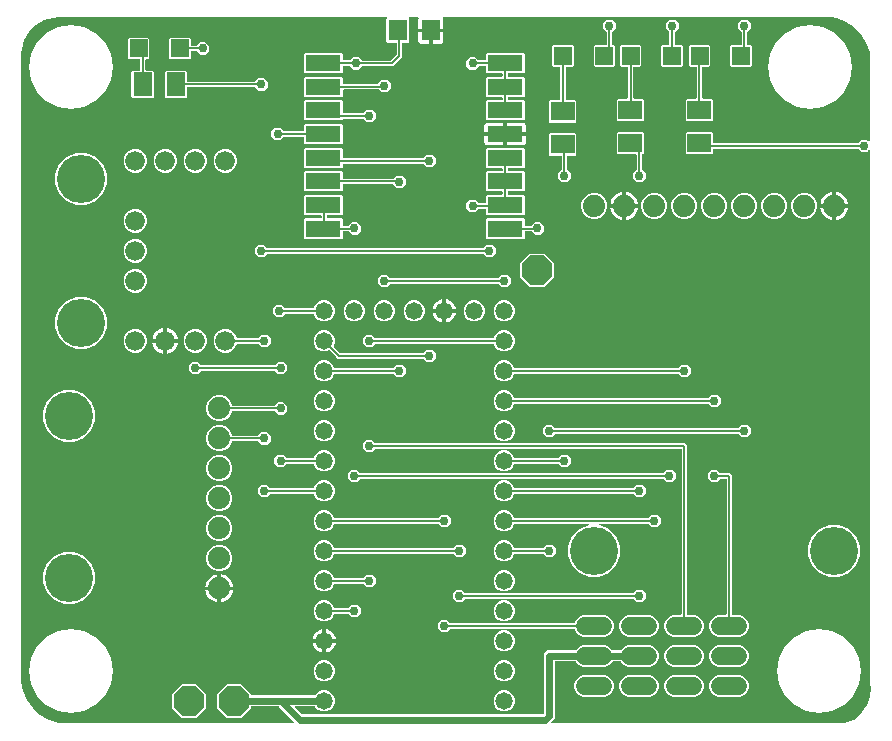
<source format=gbr>
G04 EAGLE Gerber RS-274X export*
G75*
%MOMM*%
%FSLAX34Y34*%
%LPD*%
%INTop Copper*%
%IPPOS*%
%AMOC8*
5,1,8,0,0,1.08239X$1,22.5*%
G01*
%ADD10C,1.524000*%
%ADD11R,1.500000X1.500000*%
%ADD12P,2.749271X8X22.500000*%
%ADD13R,1.600000X2.000000*%
%ADD14R,2.000000X1.600000*%
%ADD15C,1.473200*%
%ADD16C,4.064000*%
%ADD17C,1.879600*%
%ADD18C,1.676400*%
%ADD19R,3.000000X1.400000*%
%ADD20R,1.600000X1.800000*%
%ADD21C,0.152400*%
%ADD22C,0.756400*%
%ADD23C,0.609600*%

G36*
X240715Y6362D02*
X240715Y6362D01*
X240787Y6364D01*
X240836Y6382D01*
X240887Y6390D01*
X240951Y6424D01*
X241018Y6449D01*
X241059Y6481D01*
X241105Y6506D01*
X241154Y6558D01*
X241210Y6602D01*
X241238Y6646D01*
X241274Y6684D01*
X241304Y6749D01*
X241343Y6809D01*
X241356Y6860D01*
X241378Y6907D01*
X241386Y6978D01*
X241403Y7048D01*
X241399Y7100D01*
X241405Y7151D01*
X241390Y7222D01*
X241384Y7293D01*
X241364Y7341D01*
X241353Y7392D01*
X241316Y7453D01*
X241288Y7519D01*
X241243Y7575D01*
X241226Y7603D01*
X241209Y7618D01*
X241183Y7650D01*
X228229Y20604D01*
X228155Y20657D01*
X228085Y20717D01*
X228055Y20729D01*
X228029Y20748D01*
X227942Y20775D01*
X227857Y20809D01*
X227816Y20813D01*
X227794Y20820D01*
X227762Y20819D01*
X227691Y20827D01*
X205486Y20827D01*
X205466Y20824D01*
X205447Y20826D01*
X205345Y20804D01*
X205243Y20788D01*
X205226Y20778D01*
X205206Y20774D01*
X205117Y20721D01*
X205026Y20672D01*
X205012Y20658D01*
X204995Y20648D01*
X204928Y20569D01*
X204856Y20494D01*
X204848Y20476D01*
X204835Y20461D01*
X204796Y20365D01*
X204753Y20271D01*
X204751Y20251D01*
X204743Y20233D01*
X204725Y20066D01*
X204725Y19508D01*
X196392Y11175D01*
X184608Y11175D01*
X176275Y19508D01*
X176275Y31292D01*
X184608Y39625D01*
X196392Y39625D01*
X204725Y31292D01*
X204725Y30734D01*
X204728Y30714D01*
X204726Y30695D01*
X204748Y30593D01*
X204764Y30491D01*
X204774Y30474D01*
X204778Y30454D01*
X204831Y30365D01*
X204880Y30274D01*
X204894Y30260D01*
X204904Y30243D01*
X204983Y30176D01*
X205058Y30104D01*
X205076Y30096D01*
X205091Y30083D01*
X205187Y30044D01*
X205281Y30001D01*
X205301Y29999D01*
X205319Y29991D01*
X205486Y29973D01*
X258462Y29973D01*
X258577Y29992D01*
X258693Y30009D01*
X258699Y30011D01*
X258705Y30012D01*
X258808Y30067D01*
X258912Y30120D01*
X258917Y30125D01*
X258922Y30128D01*
X259002Y30212D01*
X259085Y30296D01*
X259088Y30302D01*
X259092Y30306D01*
X259099Y30323D01*
X259161Y30434D01*
X261664Y32937D01*
X264932Y34291D01*
X268468Y34291D01*
X271736Y32937D01*
X274237Y30436D01*
X275591Y27168D01*
X275591Y23632D01*
X274237Y20364D01*
X271736Y17863D01*
X268468Y16509D01*
X264932Y16509D01*
X261664Y17863D01*
X259159Y20367D01*
X259104Y20457D01*
X259044Y20557D01*
X259039Y20561D01*
X259036Y20566D01*
X258946Y20641D01*
X258857Y20717D01*
X258851Y20719D01*
X258846Y20723D01*
X258738Y20765D01*
X258629Y20809D01*
X258621Y20810D01*
X258617Y20811D01*
X258598Y20812D01*
X258462Y20827D01*
X242777Y20827D01*
X242707Y20816D01*
X242635Y20814D01*
X242586Y20796D01*
X242535Y20788D01*
X242471Y20754D01*
X242404Y20729D01*
X242363Y20697D01*
X242317Y20672D01*
X242268Y20620D01*
X242212Y20576D01*
X242184Y20532D01*
X242148Y20494D01*
X242118Y20429D01*
X242079Y20369D01*
X242066Y20318D01*
X242044Y20271D01*
X242036Y20200D01*
X242019Y20130D01*
X242023Y20078D01*
X242017Y20027D01*
X242032Y19956D01*
X242038Y19885D01*
X242058Y19837D01*
X242069Y19786D01*
X242106Y19725D01*
X242134Y19659D01*
X242179Y19603D01*
X242196Y19575D01*
X242206Y19566D01*
X242208Y19562D01*
X242218Y19554D01*
X242239Y19528D01*
X247573Y14194D01*
X247647Y14141D01*
X247717Y14081D01*
X247747Y14069D01*
X247773Y14050D01*
X247860Y14023D01*
X247945Y13989D01*
X247986Y13985D01*
X248008Y13978D01*
X248040Y13979D01*
X248111Y13971D01*
X451689Y13971D01*
X451779Y13985D01*
X451870Y13993D01*
X451899Y14005D01*
X451931Y14010D01*
X452012Y14053D01*
X452096Y14089D01*
X452128Y14115D01*
X452149Y14126D01*
X452171Y14149D01*
X452227Y14194D01*
X452404Y14371D01*
X452457Y14445D01*
X452517Y14515D01*
X452529Y14545D01*
X452548Y14571D01*
X452575Y14658D01*
X452609Y14743D01*
X452613Y14784D01*
X452620Y14806D01*
X452619Y14838D01*
X452627Y14909D01*
X452627Y65394D01*
X455306Y68073D01*
X479167Y68073D01*
X479282Y68092D01*
X479398Y68109D01*
X479404Y68111D01*
X479410Y68112D01*
X479513Y68167D01*
X479617Y68220D01*
X479622Y68225D01*
X479627Y68228D01*
X479708Y68312D01*
X479790Y68396D01*
X479793Y68402D01*
X479797Y68406D01*
X479805Y68423D01*
X479871Y68543D01*
X479927Y68680D01*
X482500Y71253D01*
X485861Y72645D01*
X504739Y72645D01*
X508100Y71253D01*
X510673Y68680D01*
X510729Y68543D01*
X510791Y68443D01*
X510851Y68343D01*
X510856Y68339D01*
X510859Y68334D01*
X510949Y68259D01*
X511038Y68183D01*
X511044Y68181D01*
X511048Y68177D01*
X511157Y68135D01*
X511266Y68091D01*
X511273Y68090D01*
X511278Y68089D01*
X511296Y68088D01*
X511433Y68073D01*
X517267Y68073D01*
X517382Y68092D01*
X517498Y68109D01*
X517504Y68111D01*
X517510Y68112D01*
X517613Y68167D01*
X517717Y68220D01*
X517722Y68225D01*
X517727Y68228D01*
X517808Y68312D01*
X517890Y68396D01*
X517893Y68402D01*
X517897Y68406D01*
X517905Y68423D01*
X517971Y68543D01*
X518027Y68680D01*
X520600Y71253D01*
X523961Y72645D01*
X542839Y72645D01*
X546200Y71253D01*
X548773Y68680D01*
X550165Y65319D01*
X550165Y61681D01*
X548773Y58320D01*
X546200Y55747D01*
X542839Y54355D01*
X523961Y54355D01*
X520600Y55747D01*
X518027Y58320D01*
X517971Y58457D01*
X517909Y58557D01*
X517849Y58657D01*
X517844Y58661D01*
X517841Y58666D01*
X517751Y58741D01*
X517662Y58817D01*
X517656Y58819D01*
X517652Y58823D01*
X517543Y58865D01*
X517434Y58909D01*
X517427Y58910D01*
X517422Y58911D01*
X517404Y58912D01*
X517267Y58927D01*
X511433Y58927D01*
X511318Y58908D01*
X511202Y58891D01*
X511196Y58889D01*
X511190Y58888D01*
X511087Y58833D01*
X510983Y58780D01*
X510978Y58775D01*
X510973Y58772D01*
X510892Y58688D01*
X510810Y58604D01*
X510807Y58598D01*
X510803Y58594D01*
X510795Y58577D01*
X510729Y58457D01*
X510673Y58320D01*
X508100Y55747D01*
X504739Y54355D01*
X485861Y54355D01*
X482500Y55747D01*
X479927Y58320D01*
X479871Y58457D01*
X479809Y58557D01*
X479749Y58657D01*
X479744Y58661D01*
X479741Y58666D01*
X479651Y58741D01*
X479562Y58817D01*
X479556Y58819D01*
X479552Y58823D01*
X479443Y58865D01*
X479334Y58909D01*
X479327Y58910D01*
X479322Y58911D01*
X479304Y58912D01*
X479167Y58927D01*
X462534Y58927D01*
X462514Y58924D01*
X462495Y58926D01*
X462393Y58904D01*
X462291Y58888D01*
X462274Y58878D01*
X462254Y58874D01*
X462165Y58821D01*
X462074Y58772D01*
X462060Y58758D01*
X462043Y58748D01*
X461976Y58669D01*
X461904Y58594D01*
X461896Y58576D01*
X461883Y58561D01*
X461844Y58465D01*
X461801Y58371D01*
X461799Y58351D01*
X461791Y58333D01*
X461773Y58166D01*
X461773Y10806D01*
X458694Y7727D01*
X458617Y7650D01*
X458575Y7592D01*
X458526Y7540D01*
X458504Y7493D01*
X458474Y7451D01*
X458452Y7382D01*
X458422Y7317D01*
X458417Y7265D01*
X458401Y7216D01*
X458403Y7144D01*
X458395Y7073D01*
X458406Y7022D01*
X458408Y6970D01*
X458432Y6902D01*
X458447Y6832D01*
X458474Y6788D01*
X458492Y6739D01*
X458537Y6683D01*
X458574Y6621D01*
X458613Y6587D01*
X458646Y6547D01*
X458706Y6508D01*
X458760Y6461D01*
X458809Y6442D01*
X458852Y6414D01*
X458922Y6396D01*
X458989Y6369D01*
X459060Y6361D01*
X459091Y6353D01*
X459114Y6355D01*
X459155Y6351D01*
X706784Y6351D01*
X706799Y6353D01*
X706815Y6351D01*
X706981Y6377D01*
X709765Y7121D01*
X709787Y7131D01*
X709842Y7151D01*
X709844Y7152D01*
X709847Y7153D01*
X709905Y7174D01*
X716513Y10429D01*
X716526Y10438D01*
X716540Y10444D01*
X716678Y10540D01*
X722218Y15394D01*
X722228Y15406D01*
X722241Y15415D01*
X722349Y15544D01*
X726445Y21667D01*
X726451Y21681D01*
X726461Y21693D01*
X726532Y21845D01*
X728903Y28820D01*
X728906Y28835D01*
X728913Y28849D01*
X728942Y29014D01*
X729427Y36365D01*
X729425Y36389D01*
X729422Y36514D01*
X729048Y39368D01*
X729043Y39383D01*
X729043Y39399D01*
X728996Y39560D01*
X728739Y40180D01*
X728739Y41128D01*
X728735Y41152D01*
X728725Y41276D01*
X728540Y42205D01*
X728725Y43130D01*
X728725Y43154D01*
X728739Y43279D01*
X728739Y490797D01*
X728728Y490867D01*
X728726Y490939D01*
X728708Y490988D01*
X728700Y491039D01*
X728666Y491103D01*
X728641Y491170D01*
X728609Y491211D01*
X728584Y491257D01*
X728532Y491306D01*
X728488Y491362D01*
X728444Y491390D01*
X728406Y491426D01*
X728341Y491456D01*
X728281Y491495D01*
X728230Y491508D01*
X728183Y491530D01*
X728112Y491538D01*
X728042Y491555D01*
X727990Y491551D01*
X727939Y491557D01*
X727868Y491542D01*
X727797Y491536D01*
X727749Y491516D01*
X727698Y491505D01*
X727637Y491468D01*
X727571Y491440D01*
X727515Y491395D01*
X727487Y491378D01*
X727472Y491361D01*
X727440Y491335D01*
X726098Y489993D01*
X721702Y489993D01*
X718905Y492790D01*
X718831Y492843D01*
X718761Y492903D01*
X718731Y492915D01*
X718705Y492934D01*
X718618Y492961D01*
X718533Y492995D01*
X718492Y492999D01*
X718470Y493006D01*
X718438Y493005D01*
X718367Y493013D01*
X596486Y493013D01*
X596466Y493010D01*
X596447Y493012D01*
X596345Y492990D01*
X596243Y492974D01*
X596226Y492964D01*
X596206Y492960D01*
X596117Y492907D01*
X596026Y492858D01*
X596012Y492844D01*
X595995Y492834D01*
X595928Y492755D01*
X595856Y492680D01*
X595848Y492662D01*
X595835Y492647D01*
X595796Y492551D01*
X595753Y492457D01*
X595751Y492437D01*
X595743Y492419D01*
X595725Y492252D01*
X595725Y489178D01*
X594832Y488285D01*
X573568Y488285D01*
X572675Y489178D01*
X572675Y506442D01*
X573568Y507335D01*
X594832Y507335D01*
X595725Y506442D01*
X595725Y498348D01*
X595728Y498328D01*
X595726Y498309D01*
X595748Y498207D01*
X595764Y498105D01*
X595774Y498088D01*
X595778Y498068D01*
X595831Y497979D01*
X595880Y497888D01*
X595894Y497874D01*
X595904Y497857D01*
X595983Y497790D01*
X596058Y497718D01*
X596076Y497710D01*
X596091Y497697D01*
X596187Y497658D01*
X596281Y497615D01*
X596301Y497613D01*
X596319Y497605D01*
X596486Y497587D01*
X718367Y497587D01*
X718457Y497601D01*
X718548Y497609D01*
X718577Y497621D01*
X718609Y497626D01*
X718690Y497669D01*
X718774Y497705D01*
X718806Y497731D01*
X718827Y497742D01*
X718849Y497765D01*
X718905Y497810D01*
X721702Y500607D01*
X726098Y500607D01*
X727440Y499265D01*
X727498Y499223D01*
X727550Y499174D01*
X727597Y499152D01*
X727639Y499122D01*
X727708Y499100D01*
X727773Y499070D01*
X727825Y499065D01*
X727875Y499049D01*
X727946Y499051D01*
X728017Y499043D01*
X728068Y499054D01*
X728120Y499056D01*
X728188Y499080D01*
X728258Y499095D01*
X728303Y499122D01*
X728351Y499140D01*
X728407Y499185D01*
X728469Y499222D01*
X728503Y499261D01*
X728543Y499294D01*
X728582Y499354D01*
X728629Y499409D01*
X728648Y499457D01*
X728676Y499501D01*
X728694Y499570D01*
X728721Y499637D01*
X728729Y499708D01*
X728737Y499739D01*
X728735Y499762D01*
X728739Y499803D01*
X728739Y558824D01*
X728737Y558839D01*
X728739Y558854D01*
X728714Y559019D01*
X728561Y559591D01*
X728733Y560877D01*
X728732Y560909D01*
X728739Y560977D01*
X728739Y562274D01*
X728867Y562583D01*
X728875Y562617D01*
X728876Y562619D01*
X728876Y562620D01*
X728892Y562651D01*
X728923Y562816D01*
X729150Y565796D01*
X729148Y565828D01*
X729149Y565898D01*
X729150Y565909D01*
X729149Y565913D01*
X729149Y565924D01*
X728384Y574218D01*
X728383Y574219D01*
X728384Y574220D01*
X728349Y574385D01*
X725757Y582300D01*
X725757Y582301D01*
X725756Y582303D01*
X725686Y582455D01*
X721398Y589596D01*
X721397Y589597D01*
X721397Y589598D01*
X721294Y589731D01*
X715525Y595738D01*
X715524Y595739D01*
X715523Y595740D01*
X715394Y595847D01*
X708432Y600420D01*
X708431Y600420D01*
X708430Y600421D01*
X708280Y600497D01*
X700475Y603405D01*
X700444Y603412D01*
X700352Y603440D01*
X696756Y604126D01*
X696728Y604127D01*
X696613Y604139D01*
X367969Y604139D01*
X367875Y604124D01*
X367779Y604115D01*
X367754Y604104D01*
X367726Y604100D01*
X367642Y604055D01*
X367554Y604016D01*
X367534Y603997D01*
X367509Y603984D01*
X367443Y603915D01*
X367372Y603851D01*
X367359Y603826D01*
X367340Y603806D01*
X367299Y603719D01*
X367253Y603636D01*
X367248Y603608D01*
X367236Y603583D01*
X367225Y603488D01*
X367208Y603394D01*
X367212Y603366D01*
X367209Y603339D01*
X367229Y603245D01*
X367243Y603150D01*
X367252Y603130D01*
X367441Y602424D01*
X367441Y594613D01*
X357662Y594613D01*
X357642Y594610D01*
X357623Y594612D01*
X357521Y594590D01*
X357419Y594573D01*
X357402Y594564D01*
X357382Y594560D01*
X357293Y594507D01*
X357202Y594458D01*
X357188Y594444D01*
X357171Y594434D01*
X357104Y594355D01*
X357033Y594280D01*
X357024Y594262D01*
X357011Y594247D01*
X356972Y594151D01*
X356929Y594057D01*
X356927Y594037D01*
X356919Y594019D01*
X356901Y593852D01*
X356901Y593089D01*
X356899Y593089D01*
X356899Y593852D01*
X356896Y593872D01*
X356898Y593891D01*
X356876Y593993D01*
X356859Y594095D01*
X356850Y594112D01*
X356846Y594132D01*
X356793Y594221D01*
X356744Y594312D01*
X356730Y594326D01*
X356720Y594343D01*
X356641Y594410D01*
X356566Y594481D01*
X356548Y594490D01*
X356533Y594503D01*
X356437Y594542D01*
X356343Y594585D01*
X356323Y594587D01*
X356305Y594595D01*
X356138Y594613D01*
X346359Y594613D01*
X346359Y602424D01*
X346554Y603152D01*
X346564Y603173D01*
X346567Y603201D01*
X346577Y603227D01*
X346581Y603322D01*
X346591Y603417D01*
X346585Y603445D01*
X346586Y603473D01*
X346559Y603564D01*
X346539Y603658D01*
X346525Y603682D01*
X346517Y603708D01*
X346462Y603787D01*
X346413Y603869D01*
X346392Y603887D01*
X346376Y603910D01*
X346299Y603967D01*
X346226Y604029D01*
X346200Y604039D01*
X346177Y604056D01*
X346087Y604085D01*
X345998Y604121D01*
X345963Y604125D01*
X345943Y604131D01*
X345910Y604130D01*
X345831Y604139D01*
X338845Y604139D01*
X338774Y604128D01*
X338702Y604126D01*
X338653Y604108D01*
X338602Y604100D01*
X338539Y604066D01*
X338471Y604041D01*
X338431Y604009D01*
X338385Y603984D01*
X338335Y603933D01*
X338279Y603888D01*
X338251Y603844D01*
X338215Y603806D01*
X338185Y603741D01*
X338146Y603681D01*
X338134Y603630D01*
X338112Y603583D01*
X338104Y603512D01*
X338086Y603442D01*
X338090Y603390D01*
X338085Y603339D01*
X338100Y603268D01*
X338105Y603197D01*
X338126Y603149D01*
X338137Y603098D01*
X338174Y603037D01*
X338202Y602971D01*
X338247Y602915D01*
X338263Y602887D01*
X338281Y602872D01*
X338307Y602840D01*
X338425Y602722D01*
X338425Y583458D01*
X337532Y582565D01*
X333248Y582565D01*
X333228Y582562D01*
X333209Y582564D01*
X333107Y582542D01*
X333005Y582526D01*
X332988Y582516D01*
X332968Y582512D01*
X332879Y582459D01*
X332788Y582410D01*
X332774Y582396D01*
X332757Y582386D01*
X332690Y582307D01*
X332618Y582232D01*
X332610Y582214D01*
X332597Y582199D01*
X332558Y582103D01*
X332515Y582009D01*
X332513Y581989D01*
X332505Y581971D01*
X332487Y581804D01*
X332487Y570553D01*
X324797Y562863D01*
X298903Y562863D01*
X298813Y562849D01*
X298722Y562841D01*
X298693Y562829D01*
X298661Y562824D01*
X298580Y562781D01*
X298496Y562745D01*
X298464Y562719D01*
X298443Y562708D01*
X298421Y562685D01*
X298365Y562640D01*
X295568Y559843D01*
X291172Y559843D01*
X288225Y562790D01*
X288151Y562843D01*
X288081Y562903D01*
X288051Y562915D01*
X288025Y562934D01*
X287938Y562961D01*
X287853Y562995D01*
X287812Y562999D01*
X287790Y563006D01*
X287758Y563005D01*
X287687Y563013D01*
X283186Y563013D01*
X283166Y563010D01*
X283147Y563012D01*
X283045Y562990D01*
X282943Y562974D01*
X282926Y562964D01*
X282906Y562960D01*
X282817Y562907D01*
X282726Y562858D01*
X282712Y562844D01*
X282695Y562834D01*
X282628Y562755D01*
X282556Y562680D01*
X282548Y562662D01*
X282535Y562647D01*
X282496Y562551D01*
X282453Y562457D01*
X282451Y562437D01*
X282443Y562419D01*
X282425Y562252D01*
X282425Y557668D01*
X281532Y556775D01*
X250268Y556775D01*
X249375Y557668D01*
X249375Y572932D01*
X250268Y573825D01*
X281532Y573825D01*
X282425Y572932D01*
X282425Y568348D01*
X282428Y568328D01*
X282426Y568309D01*
X282448Y568207D01*
X282464Y568105D01*
X282474Y568088D01*
X282478Y568068D01*
X282531Y567979D01*
X282580Y567888D01*
X282594Y567874D01*
X282604Y567857D01*
X282683Y567790D01*
X282758Y567718D01*
X282776Y567710D01*
X282791Y567697D01*
X282887Y567658D01*
X282981Y567615D01*
X283001Y567613D01*
X283019Y567605D01*
X283186Y567587D01*
X287987Y567587D01*
X288077Y567601D01*
X288168Y567609D01*
X288197Y567621D01*
X288229Y567626D01*
X288310Y567669D01*
X288394Y567705D01*
X288426Y567731D01*
X288447Y567742D01*
X288469Y567765D01*
X288525Y567810D01*
X291172Y570457D01*
X295568Y570457D01*
X298365Y567660D01*
X298439Y567607D01*
X298509Y567547D01*
X298539Y567535D01*
X298565Y567516D01*
X298652Y567489D01*
X298737Y567455D01*
X298778Y567451D01*
X298800Y567444D01*
X298832Y567445D01*
X298903Y567437D01*
X322587Y567437D01*
X322678Y567451D01*
X322768Y567459D01*
X322798Y567471D01*
X322830Y567476D01*
X322911Y567519D01*
X322995Y567555D01*
X323027Y567581D01*
X323048Y567592D01*
X323070Y567615D01*
X323126Y567660D01*
X327690Y572224D01*
X327739Y572292D01*
X327740Y572293D01*
X327740Y572294D01*
X327743Y572298D01*
X327803Y572368D01*
X327815Y572398D01*
X327834Y572424D01*
X327861Y572511D01*
X327895Y572596D01*
X327899Y572637D01*
X327906Y572659D01*
X327905Y572691D01*
X327913Y572763D01*
X327913Y581804D01*
X327910Y581824D01*
X327912Y581843D01*
X327890Y581945D01*
X327874Y582047D01*
X327864Y582064D01*
X327860Y582084D01*
X327807Y582173D01*
X327758Y582264D01*
X327744Y582278D01*
X327734Y582295D01*
X327655Y582362D01*
X327580Y582434D01*
X327562Y582442D01*
X327547Y582455D01*
X327451Y582494D01*
X327357Y582537D01*
X327337Y582539D01*
X327319Y582547D01*
X327152Y582565D01*
X320268Y582565D01*
X319375Y583458D01*
X319375Y602722D01*
X319493Y602840D01*
X319535Y602898D01*
X319585Y602950D01*
X319607Y602997D01*
X319637Y603039D01*
X319658Y603108D01*
X319688Y603173D01*
X319694Y603225D01*
X319709Y603275D01*
X319707Y603346D01*
X319715Y603417D01*
X319704Y603468D01*
X319703Y603520D01*
X319678Y603588D01*
X319663Y603658D01*
X319636Y603703D01*
X319619Y603751D01*
X319574Y603807D01*
X319537Y603869D01*
X319497Y603903D01*
X319465Y603943D01*
X319405Y603982D01*
X319350Y604029D01*
X319302Y604048D01*
X319258Y604076D01*
X319189Y604094D01*
X319122Y604121D01*
X319051Y604129D01*
X319019Y604137D01*
X318996Y604135D01*
X318955Y604139D01*
X41026Y604139D01*
X41008Y604136D01*
X40976Y604138D01*
X37047Y603880D01*
X37024Y603875D01*
X36900Y603856D01*
X29309Y601822D01*
X29294Y601815D01*
X29279Y601813D01*
X29125Y601746D01*
X22319Y597816D01*
X22307Y597806D01*
X22293Y597800D01*
X22162Y597695D01*
X16605Y592138D01*
X16595Y592126D01*
X16583Y592116D01*
X16484Y591981D01*
X12554Y585175D01*
X12549Y585160D01*
X12539Y585148D01*
X12478Y584991D01*
X10444Y577400D01*
X10442Y577377D01*
X10420Y577253D01*
X10162Y573324D01*
X10164Y573305D01*
X10161Y573274D01*
X10161Y48807D01*
X10168Y48762D01*
X10166Y48717D01*
X10198Y48582D01*
X10200Y48565D01*
X10203Y48560D01*
X10204Y48553D01*
X10253Y48416D01*
X10162Y46685D01*
X10163Y46669D01*
X10161Y46645D01*
X10161Y44823D01*
X10161Y44821D01*
X10153Y44789D01*
X10155Y44769D01*
X10151Y44734D01*
X10160Y42167D01*
X10165Y42135D01*
X10168Y42091D01*
X10168Y42090D01*
X10168Y42089D01*
X10171Y42039D01*
X11601Y33799D01*
X11601Y33798D01*
X11601Y33797D01*
X11648Y33636D01*
X14875Y25920D01*
X14876Y25919D01*
X14877Y25918D01*
X14958Y25771D01*
X19821Y18967D01*
X19822Y18966D01*
X19823Y18965D01*
X19935Y18841D01*
X26191Y13290D01*
X26192Y13289D01*
X26193Y13288D01*
X26330Y13191D01*
X33663Y9171D01*
X33665Y9171D01*
X33666Y9170D01*
X33821Y9107D01*
X41865Y6819D01*
X41897Y6815D01*
X41991Y6795D01*
X46016Y6355D01*
X46044Y6357D01*
X46098Y6351D01*
X240645Y6351D01*
X240715Y6362D01*
G37*
%LPC*%
G36*
X674814Y16989D02*
X674814Y16989D01*
X664903Y22038D01*
X657038Y29903D01*
X651989Y39814D01*
X650249Y50800D01*
X651989Y61786D01*
X657038Y71696D01*
X664904Y79562D01*
X674814Y84611D01*
X685800Y86351D01*
X696786Y84611D01*
X706697Y79562D01*
X714562Y71697D01*
X719611Y61786D01*
X721351Y50800D01*
X719611Y39814D01*
X714562Y29903D01*
X706697Y22038D01*
X696786Y16989D01*
X685800Y15249D01*
X674814Y16989D01*
G37*
%LPD*%
%LPC*%
G36*
X41084Y16989D02*
X41084Y16989D01*
X31173Y22038D01*
X23308Y29904D01*
X18259Y39814D01*
X16519Y50800D01*
X18259Y61786D01*
X23308Y71697D01*
X31173Y79562D01*
X41084Y84611D01*
X52070Y86351D01*
X63056Y84611D01*
X72967Y79562D01*
X80832Y71697D01*
X85881Y61786D01*
X87621Y50800D01*
X85881Y39814D01*
X80832Y29903D01*
X72967Y22038D01*
X63056Y16989D01*
X52070Y15249D01*
X41084Y16989D01*
G37*
%LPD*%
%LPC*%
G36*
X667194Y528291D02*
X667194Y528291D01*
X657283Y533340D01*
X649418Y541205D01*
X644369Y551116D01*
X642629Y562102D01*
X644369Y573088D01*
X649418Y582999D01*
X657283Y590864D01*
X667194Y595913D01*
X678180Y597653D01*
X689166Y595913D01*
X699077Y590864D01*
X706942Y582999D01*
X711991Y573088D01*
X713731Y562102D01*
X711991Y551116D01*
X706942Y541205D01*
X699077Y533340D01*
X689166Y528291D01*
X678180Y526551D01*
X667194Y528291D01*
G37*
%LPD*%
%LPC*%
G36*
X41084Y528291D02*
X41084Y528291D01*
X31173Y533340D01*
X23308Y541205D01*
X18259Y551116D01*
X16519Y562102D01*
X18259Y573088D01*
X23308Y582999D01*
X31173Y590864D01*
X41084Y595913D01*
X52070Y597653D01*
X63056Y595913D01*
X72967Y590864D01*
X80832Y582999D01*
X85881Y573088D01*
X87621Y562102D01*
X85881Y551116D01*
X80832Y541205D01*
X72967Y533340D01*
X63056Y528291D01*
X52070Y526551D01*
X41084Y528291D01*
G37*
%LPD*%
%LPC*%
G36*
X562061Y79755D02*
X562061Y79755D01*
X558700Y81147D01*
X556127Y83720D01*
X554735Y87081D01*
X554735Y90719D01*
X556127Y94080D01*
X558700Y96653D01*
X562061Y98045D01*
X568452Y98045D01*
X568472Y98048D01*
X568491Y98046D01*
X568593Y98068D01*
X568695Y98084D01*
X568712Y98094D01*
X568732Y98098D01*
X568821Y98151D01*
X568912Y98200D01*
X568926Y98214D01*
X568943Y98224D01*
X569010Y98303D01*
X569082Y98378D01*
X569090Y98396D01*
X569103Y98411D01*
X569142Y98507D01*
X569185Y98601D01*
X569187Y98621D01*
X569195Y98639D01*
X569213Y98806D01*
X569213Y238252D01*
X569210Y238272D01*
X569212Y238291D01*
X569190Y238393D01*
X569174Y238495D01*
X569164Y238512D01*
X569160Y238532D01*
X569107Y238621D01*
X569058Y238712D01*
X569044Y238726D01*
X569034Y238743D01*
X568955Y238810D01*
X568880Y238882D01*
X568862Y238890D01*
X568847Y238903D01*
X568751Y238942D01*
X568657Y238985D01*
X568637Y238987D01*
X568619Y238995D01*
X568452Y239013D01*
X310333Y239013D01*
X310243Y238999D01*
X310152Y238991D01*
X310123Y238979D01*
X310091Y238974D01*
X310010Y238931D01*
X309926Y238895D01*
X309894Y238869D01*
X309873Y238858D01*
X309851Y238835D01*
X309795Y238790D01*
X306998Y235993D01*
X302602Y235993D01*
X299493Y239102D01*
X299493Y243498D01*
X302602Y246607D01*
X306998Y246607D01*
X309795Y243810D01*
X309869Y243757D01*
X309939Y243697D01*
X309969Y243685D01*
X309995Y243666D01*
X310082Y243639D01*
X310167Y243605D01*
X310208Y243601D01*
X310230Y243594D01*
X310262Y243595D01*
X310333Y243587D01*
X572447Y243587D01*
X573787Y242247D01*
X573787Y98806D01*
X573790Y98786D01*
X573788Y98767D01*
X573810Y98665D01*
X573826Y98563D01*
X573836Y98546D01*
X573840Y98526D01*
X573893Y98437D01*
X573942Y98346D01*
X573956Y98332D01*
X573966Y98315D01*
X574045Y98248D01*
X574120Y98176D01*
X574138Y98168D01*
X574153Y98155D01*
X574249Y98116D01*
X574343Y98073D01*
X574363Y98071D01*
X574381Y98063D01*
X574548Y98045D01*
X580939Y98045D01*
X584300Y96653D01*
X586873Y94080D01*
X588265Y90719D01*
X588265Y87081D01*
X586873Y83720D01*
X584300Y81147D01*
X580939Y79755D01*
X562061Y79755D01*
G37*
%LPD*%
%LPC*%
G36*
X490955Y130555D02*
X490955Y130555D01*
X482926Y133881D01*
X476781Y140026D01*
X473455Y148055D01*
X473455Y156745D01*
X476781Y164774D01*
X482926Y170919D01*
X490482Y174049D01*
X490564Y174100D01*
X490650Y174146D01*
X490668Y174165D01*
X490691Y174178D01*
X490753Y174253D01*
X490820Y174324D01*
X490831Y174348D01*
X490847Y174368D01*
X490882Y174459D01*
X490923Y174547D01*
X490926Y174573D01*
X490936Y174597D01*
X490940Y174695D01*
X490951Y174791D01*
X490945Y174817D01*
X490946Y174843D01*
X490919Y174937D01*
X490898Y175032D01*
X490885Y175054D01*
X490878Y175079D01*
X490822Y175159D01*
X490772Y175243D01*
X490752Y175260D01*
X490737Y175281D01*
X490659Y175340D01*
X490585Y175403D01*
X490561Y175413D01*
X490540Y175428D01*
X490447Y175458D01*
X490357Y175495D01*
X490325Y175498D01*
X490306Y175504D01*
X490273Y175504D01*
X490190Y175513D01*
X428285Y175513D01*
X428170Y175494D01*
X428054Y175477D01*
X428048Y175475D01*
X428042Y175474D01*
X427939Y175419D01*
X427835Y175366D01*
X427830Y175361D01*
X427825Y175358D01*
X427745Y175274D01*
X427662Y175190D01*
X427659Y175184D01*
X427655Y175180D01*
X427647Y175163D01*
X427581Y175043D01*
X426637Y172764D01*
X424136Y170263D01*
X420868Y168909D01*
X417332Y168909D01*
X414064Y170263D01*
X411563Y172764D01*
X410209Y176032D01*
X410209Y179568D01*
X411563Y182836D01*
X414064Y185337D01*
X417332Y186691D01*
X420868Y186691D01*
X424136Y185337D01*
X426637Y182836D01*
X427581Y180557D01*
X427643Y180457D01*
X427703Y180357D01*
X427708Y180353D01*
X427711Y180348D01*
X427801Y180273D01*
X427890Y180197D01*
X427896Y180195D01*
X427900Y180191D01*
X428009Y180149D01*
X428118Y180105D01*
X428126Y180104D01*
X428130Y180103D01*
X428148Y180102D01*
X428285Y180087D01*
X540567Y180087D01*
X540657Y180101D01*
X540748Y180109D01*
X540777Y180121D01*
X540809Y180126D01*
X540890Y180169D01*
X540974Y180205D01*
X541006Y180231D01*
X541027Y180242D01*
X541049Y180265D01*
X541105Y180310D01*
X543902Y183107D01*
X548298Y183107D01*
X551407Y179998D01*
X551407Y175602D01*
X548298Y172493D01*
X543902Y172493D01*
X541105Y175290D01*
X541031Y175343D01*
X540961Y175403D01*
X540931Y175415D01*
X540905Y175434D01*
X540818Y175461D01*
X540733Y175495D01*
X540692Y175499D01*
X540670Y175506D01*
X540638Y175505D01*
X540567Y175513D01*
X500410Y175513D01*
X500314Y175498D01*
X500217Y175488D01*
X500193Y175478D01*
X500167Y175474D01*
X500081Y175428D01*
X499992Y175388D01*
X499973Y175371D01*
X499950Y175358D01*
X499883Y175288D01*
X499811Y175222D01*
X499798Y175199D01*
X499780Y175180D01*
X499739Y175092D01*
X499692Y175006D01*
X499688Y174981D01*
X499677Y174957D01*
X499666Y174860D01*
X499649Y174764D01*
X499652Y174738D01*
X499649Y174713D01*
X499670Y174617D01*
X499684Y174521D01*
X499696Y174498D01*
X499702Y174472D01*
X499752Y174389D01*
X499796Y174302D01*
X499815Y174283D01*
X499828Y174261D01*
X499902Y174198D01*
X499971Y174130D01*
X500000Y174114D01*
X500015Y174101D01*
X500046Y174089D01*
X500118Y174049D01*
X507674Y170919D01*
X513819Y164774D01*
X517145Y156745D01*
X517145Y148055D01*
X513819Y140026D01*
X507674Y133881D01*
X499645Y130555D01*
X490955Y130555D01*
G37*
%LPD*%
%LPC*%
G36*
X404268Y516775D02*
X404268Y516775D01*
X403375Y517668D01*
X403375Y532932D01*
X404268Y533825D01*
X416852Y533825D01*
X416872Y533828D01*
X416891Y533826D01*
X416993Y533848D01*
X417095Y533864D01*
X417112Y533874D01*
X417132Y533878D01*
X417221Y533931D01*
X417312Y533980D01*
X417326Y533994D01*
X417343Y534004D01*
X417410Y534083D01*
X417482Y534158D01*
X417490Y534176D01*
X417503Y534191D01*
X417542Y534287D01*
X417585Y534381D01*
X417587Y534401D01*
X417595Y534419D01*
X417613Y534586D01*
X417613Y536014D01*
X417610Y536034D01*
X417612Y536053D01*
X417590Y536155D01*
X417574Y536257D01*
X417564Y536274D01*
X417560Y536294D01*
X417507Y536383D01*
X417458Y536474D01*
X417444Y536488D01*
X417434Y536505D01*
X417355Y536572D01*
X417280Y536644D01*
X417262Y536652D01*
X417247Y536665D01*
X417151Y536704D01*
X417057Y536747D01*
X417037Y536749D01*
X417019Y536757D01*
X416852Y536775D01*
X404268Y536775D01*
X403375Y537668D01*
X403375Y552932D01*
X404268Y553825D01*
X416852Y553825D01*
X416872Y553828D01*
X416891Y553826D01*
X416993Y553848D01*
X417095Y553864D01*
X417112Y553874D01*
X417132Y553878D01*
X417221Y553931D01*
X417312Y553980D01*
X417326Y553994D01*
X417343Y554004D01*
X417410Y554083D01*
X417482Y554158D01*
X417490Y554176D01*
X417503Y554191D01*
X417542Y554287D01*
X417585Y554381D01*
X417587Y554401D01*
X417595Y554419D01*
X417613Y554586D01*
X417613Y556014D01*
X417610Y556034D01*
X417612Y556053D01*
X417590Y556155D01*
X417574Y556257D01*
X417564Y556274D01*
X417560Y556294D01*
X417507Y556383D01*
X417458Y556474D01*
X417444Y556488D01*
X417434Y556505D01*
X417355Y556572D01*
X417280Y556644D01*
X417262Y556652D01*
X417247Y556665D01*
X417151Y556704D01*
X417057Y556747D01*
X417037Y556749D01*
X417019Y556757D01*
X416852Y556775D01*
X404268Y556775D01*
X403375Y557668D01*
X403375Y562252D01*
X403372Y562272D01*
X403374Y562291D01*
X403352Y562393D01*
X403336Y562495D01*
X403326Y562512D01*
X403322Y562532D01*
X403269Y562621D01*
X403220Y562712D01*
X403206Y562726D01*
X403196Y562743D01*
X403117Y562810D01*
X403042Y562882D01*
X403024Y562890D01*
X403009Y562903D01*
X402913Y562942D01*
X402819Y562985D01*
X402799Y562987D01*
X402781Y562995D01*
X402614Y563013D01*
X398113Y563013D01*
X398023Y562999D01*
X397932Y562991D01*
X397903Y562979D01*
X397871Y562974D01*
X397790Y562931D01*
X397706Y562895D01*
X397674Y562869D01*
X397653Y562858D01*
X397631Y562835D01*
X397575Y562790D01*
X394628Y559843D01*
X390232Y559843D01*
X387123Y562952D01*
X387123Y567348D01*
X390232Y570457D01*
X394628Y570457D01*
X397275Y567810D01*
X397349Y567757D01*
X397419Y567697D01*
X397449Y567685D01*
X397475Y567666D01*
X397562Y567639D01*
X397647Y567605D01*
X397688Y567601D01*
X397710Y567594D01*
X397742Y567595D01*
X397813Y567587D01*
X402614Y567587D01*
X402634Y567590D01*
X402653Y567588D01*
X402755Y567610D01*
X402857Y567626D01*
X402874Y567636D01*
X402894Y567640D01*
X402983Y567693D01*
X403074Y567742D01*
X403088Y567756D01*
X403105Y567766D01*
X403172Y567845D01*
X403244Y567920D01*
X403252Y567938D01*
X403265Y567953D01*
X403304Y568049D01*
X403347Y568143D01*
X403349Y568163D01*
X403357Y568181D01*
X403375Y568348D01*
X403375Y572932D01*
X404268Y573825D01*
X435532Y573825D01*
X436425Y572932D01*
X436425Y557668D01*
X435532Y556775D01*
X422948Y556775D01*
X422928Y556772D01*
X422909Y556774D01*
X422807Y556752D01*
X422705Y556736D01*
X422688Y556726D01*
X422668Y556722D01*
X422579Y556669D01*
X422488Y556620D01*
X422474Y556606D01*
X422457Y556596D01*
X422390Y556517D01*
X422318Y556442D01*
X422310Y556424D01*
X422297Y556409D01*
X422258Y556313D01*
X422215Y556219D01*
X422213Y556199D01*
X422205Y556181D01*
X422187Y556014D01*
X422187Y554586D01*
X422190Y554566D01*
X422188Y554547D01*
X422210Y554445D01*
X422226Y554343D01*
X422236Y554326D01*
X422240Y554306D01*
X422293Y554217D01*
X422342Y554126D01*
X422356Y554112D01*
X422366Y554095D01*
X422445Y554028D01*
X422520Y553956D01*
X422538Y553948D01*
X422553Y553935D01*
X422649Y553896D01*
X422743Y553853D01*
X422763Y553851D01*
X422781Y553843D01*
X422948Y553825D01*
X435532Y553825D01*
X436425Y552932D01*
X436425Y537668D01*
X435532Y536775D01*
X422948Y536775D01*
X422928Y536772D01*
X422909Y536774D01*
X422807Y536752D01*
X422705Y536736D01*
X422688Y536726D01*
X422668Y536722D01*
X422579Y536669D01*
X422488Y536620D01*
X422474Y536606D01*
X422457Y536596D01*
X422390Y536517D01*
X422318Y536442D01*
X422310Y536424D01*
X422297Y536409D01*
X422258Y536313D01*
X422215Y536219D01*
X422213Y536199D01*
X422205Y536181D01*
X422187Y536014D01*
X422187Y534586D01*
X422190Y534566D01*
X422188Y534547D01*
X422210Y534445D01*
X422226Y534343D01*
X422236Y534326D01*
X422240Y534306D01*
X422293Y534217D01*
X422342Y534126D01*
X422356Y534112D01*
X422366Y534095D01*
X422445Y534028D01*
X422520Y533956D01*
X422538Y533948D01*
X422553Y533935D01*
X422649Y533896D01*
X422743Y533853D01*
X422763Y533851D01*
X422781Y533843D01*
X422948Y533825D01*
X435532Y533825D01*
X436425Y532932D01*
X436425Y517668D01*
X435532Y516775D01*
X404268Y516775D01*
G37*
%LPD*%
%LPC*%
G36*
X404268Y436775D02*
X404268Y436775D01*
X403375Y437668D01*
X403375Y441452D01*
X403372Y441472D01*
X403374Y441491D01*
X403352Y441593D01*
X403336Y441695D01*
X403326Y441712D01*
X403322Y441732D01*
X403269Y441821D01*
X403220Y441912D01*
X403206Y441926D01*
X403196Y441943D01*
X403117Y442010D01*
X403042Y442082D01*
X403024Y442090D01*
X403009Y442103D01*
X402913Y442142D01*
X402819Y442185D01*
X402799Y442187D01*
X402781Y442195D01*
X402614Y442213D01*
X397963Y442213D01*
X397873Y442199D01*
X397782Y442191D01*
X397753Y442179D01*
X397721Y442174D01*
X397640Y442131D01*
X397556Y442095D01*
X397524Y442069D01*
X397503Y442058D01*
X397481Y442035D01*
X397425Y441990D01*
X394628Y439193D01*
X390232Y439193D01*
X387123Y442302D01*
X387123Y446698D01*
X390232Y449807D01*
X394628Y449807D01*
X397425Y447010D01*
X397499Y446957D01*
X397569Y446897D01*
X397599Y446885D01*
X397625Y446866D01*
X397712Y446839D01*
X397797Y446805D01*
X397838Y446801D01*
X397860Y446794D01*
X397892Y446795D01*
X397963Y446787D01*
X402614Y446787D01*
X402634Y446790D01*
X402653Y446788D01*
X402755Y446810D01*
X402857Y446826D01*
X402874Y446836D01*
X402894Y446840D01*
X402983Y446893D01*
X403074Y446942D01*
X403088Y446956D01*
X403105Y446966D01*
X403172Y447045D01*
X403244Y447120D01*
X403252Y447138D01*
X403265Y447153D01*
X403304Y447249D01*
X403347Y447343D01*
X403349Y447363D01*
X403357Y447381D01*
X403375Y447548D01*
X403375Y452932D01*
X404268Y453825D01*
X416852Y453825D01*
X416872Y453828D01*
X416891Y453826D01*
X416993Y453848D01*
X417095Y453864D01*
X417112Y453874D01*
X417132Y453878D01*
X417221Y453931D01*
X417312Y453980D01*
X417326Y453994D01*
X417343Y454004D01*
X417410Y454083D01*
X417482Y454158D01*
X417490Y454176D01*
X417503Y454191D01*
X417542Y454287D01*
X417585Y454381D01*
X417587Y454401D01*
X417595Y454419D01*
X417613Y454586D01*
X417613Y456014D01*
X417610Y456034D01*
X417612Y456053D01*
X417590Y456155D01*
X417574Y456257D01*
X417564Y456274D01*
X417560Y456294D01*
X417507Y456383D01*
X417458Y456474D01*
X417444Y456488D01*
X417434Y456505D01*
X417355Y456572D01*
X417280Y456644D01*
X417262Y456652D01*
X417247Y456665D01*
X417151Y456704D01*
X417057Y456747D01*
X417037Y456749D01*
X417019Y456757D01*
X416852Y456775D01*
X404268Y456775D01*
X403375Y457668D01*
X403375Y472932D01*
X404268Y473825D01*
X416852Y473825D01*
X416872Y473828D01*
X416891Y473826D01*
X416993Y473848D01*
X417095Y473864D01*
X417112Y473874D01*
X417132Y473878D01*
X417221Y473931D01*
X417312Y473980D01*
X417326Y473994D01*
X417343Y474004D01*
X417410Y474083D01*
X417482Y474158D01*
X417490Y474176D01*
X417503Y474191D01*
X417542Y474287D01*
X417585Y474381D01*
X417587Y474401D01*
X417595Y474419D01*
X417613Y474586D01*
X417613Y476014D01*
X417610Y476034D01*
X417612Y476053D01*
X417590Y476155D01*
X417574Y476257D01*
X417564Y476274D01*
X417560Y476294D01*
X417507Y476383D01*
X417458Y476474D01*
X417444Y476488D01*
X417434Y476505D01*
X417355Y476572D01*
X417280Y476644D01*
X417262Y476652D01*
X417247Y476665D01*
X417151Y476704D01*
X417057Y476747D01*
X417037Y476749D01*
X417019Y476757D01*
X416852Y476775D01*
X404268Y476775D01*
X403375Y477668D01*
X403375Y492932D01*
X404268Y493825D01*
X435532Y493825D01*
X436425Y492932D01*
X436425Y477668D01*
X435532Y476775D01*
X422948Y476775D01*
X422928Y476772D01*
X422909Y476774D01*
X422807Y476752D01*
X422705Y476736D01*
X422688Y476726D01*
X422668Y476722D01*
X422579Y476669D01*
X422488Y476620D01*
X422474Y476606D01*
X422457Y476596D01*
X422390Y476517D01*
X422318Y476442D01*
X422310Y476424D01*
X422297Y476409D01*
X422258Y476312D01*
X422215Y476219D01*
X422213Y476199D01*
X422205Y476181D01*
X422187Y476014D01*
X422187Y474586D01*
X422190Y474566D01*
X422188Y474547D01*
X422210Y474445D01*
X422226Y474343D01*
X422236Y474326D01*
X422240Y474306D01*
X422293Y474217D01*
X422342Y474126D01*
X422356Y474112D01*
X422366Y474095D01*
X422445Y474028D01*
X422520Y473956D01*
X422538Y473948D01*
X422553Y473935D01*
X422649Y473896D01*
X422743Y473853D01*
X422763Y473851D01*
X422781Y473843D01*
X422948Y473825D01*
X435532Y473825D01*
X436425Y472932D01*
X436425Y457668D01*
X435532Y456775D01*
X422948Y456775D01*
X422928Y456772D01*
X422909Y456774D01*
X422807Y456752D01*
X422705Y456736D01*
X422688Y456726D01*
X422668Y456722D01*
X422579Y456669D01*
X422488Y456620D01*
X422474Y456606D01*
X422457Y456596D01*
X422390Y456517D01*
X422318Y456442D01*
X422310Y456424D01*
X422297Y456409D01*
X422258Y456313D01*
X422215Y456219D01*
X422213Y456199D01*
X422205Y456181D01*
X422187Y456014D01*
X422187Y454586D01*
X422190Y454566D01*
X422188Y454547D01*
X422210Y454445D01*
X422226Y454343D01*
X422236Y454326D01*
X422240Y454306D01*
X422293Y454217D01*
X422342Y454126D01*
X422356Y454112D01*
X422366Y454095D01*
X422445Y454028D01*
X422520Y453956D01*
X422538Y453948D01*
X422553Y453935D01*
X422649Y453896D01*
X422743Y453853D01*
X422763Y453851D01*
X422781Y453843D01*
X422948Y453825D01*
X435532Y453825D01*
X436425Y452932D01*
X436425Y437668D01*
X435532Y436775D01*
X404268Y436775D01*
G37*
%LPD*%
%LPC*%
G36*
X46455Y244855D02*
X46455Y244855D01*
X38426Y248181D01*
X32281Y254326D01*
X28955Y262355D01*
X28955Y271045D01*
X32281Y279074D01*
X38426Y285219D01*
X46455Y288545D01*
X55145Y288545D01*
X63174Y285219D01*
X69319Y279074D01*
X72645Y271045D01*
X72645Y262355D01*
X69319Y254326D01*
X63174Y248181D01*
X55145Y244855D01*
X46455Y244855D01*
G37*
%LPD*%
%LPC*%
G36*
X694155Y130555D02*
X694155Y130555D01*
X686126Y133881D01*
X679981Y140026D01*
X676655Y148055D01*
X676655Y156745D01*
X679981Y164774D01*
X686126Y170919D01*
X694155Y174245D01*
X702845Y174245D01*
X710874Y170919D01*
X717019Y164774D01*
X720345Y156745D01*
X720345Y148055D01*
X717019Y140026D01*
X710874Y133881D01*
X702845Y130555D01*
X694155Y130555D01*
G37*
%LPD*%
%LPC*%
G36*
X46455Y107695D02*
X46455Y107695D01*
X38426Y111021D01*
X32281Y117166D01*
X28955Y125195D01*
X28955Y133885D01*
X32281Y141914D01*
X38426Y148059D01*
X46455Y151385D01*
X55145Y151385D01*
X63174Y148059D01*
X69319Y141914D01*
X72645Y133885D01*
X72645Y125195D01*
X69319Y117166D01*
X63174Y111021D01*
X55145Y107695D01*
X46455Y107695D01*
G37*
%LPD*%
%LPC*%
G36*
X56615Y323595D02*
X56615Y323595D01*
X48586Y326921D01*
X42441Y333066D01*
X39115Y341095D01*
X39115Y349785D01*
X42441Y357814D01*
X48586Y363959D01*
X56615Y367285D01*
X65305Y367285D01*
X73334Y363959D01*
X79479Y357814D01*
X82805Y349785D01*
X82805Y341095D01*
X79479Y333066D01*
X73334Y326921D01*
X65305Y323595D01*
X56615Y323595D01*
G37*
%LPD*%
%LPC*%
G36*
X56615Y445515D02*
X56615Y445515D01*
X48586Y448841D01*
X42441Y454986D01*
X39115Y463015D01*
X39115Y471705D01*
X42441Y479734D01*
X48586Y485879D01*
X56615Y489205D01*
X65305Y489205D01*
X73334Y485879D01*
X79479Y479734D01*
X82805Y471705D01*
X82805Y463015D01*
X79479Y454986D01*
X73334Y448841D01*
X65305Y445515D01*
X56615Y445515D01*
G37*
%LPD*%
%LPC*%
G36*
X289902Y210593D02*
X289902Y210593D01*
X286793Y213702D01*
X286793Y218098D01*
X289902Y221207D01*
X294298Y221207D01*
X297095Y218410D01*
X297169Y218357D01*
X297239Y218297D01*
X297269Y218285D01*
X297295Y218266D01*
X297382Y218239D01*
X297467Y218205D01*
X297508Y218201D01*
X297530Y218194D01*
X297562Y218195D01*
X297633Y218187D01*
X553267Y218187D01*
X553357Y218201D01*
X553448Y218209D01*
X553477Y218221D01*
X553509Y218226D01*
X553590Y218269D01*
X553674Y218305D01*
X553706Y218331D01*
X553727Y218342D01*
X553749Y218365D01*
X553805Y218410D01*
X556602Y221207D01*
X560998Y221207D01*
X564107Y218098D01*
X564107Y213702D01*
X560998Y210593D01*
X556602Y210593D01*
X553805Y213390D01*
X553731Y213443D01*
X553661Y213503D01*
X553631Y213515D01*
X553605Y213534D01*
X553518Y213561D01*
X553433Y213595D01*
X553392Y213599D01*
X553370Y213606D01*
X553338Y213605D01*
X553267Y213613D01*
X297633Y213613D01*
X297543Y213599D01*
X297452Y213591D01*
X297423Y213579D01*
X297391Y213574D01*
X297310Y213531D01*
X297226Y213495D01*
X297194Y213469D01*
X297173Y213458D01*
X297151Y213435D01*
X297095Y213390D01*
X294298Y210593D01*
X289902Y210593D01*
G37*
%LPD*%
%LPC*%
G36*
X250268Y416775D02*
X250268Y416775D01*
X249375Y417668D01*
X249375Y432932D01*
X250268Y433825D01*
X263652Y433825D01*
X263672Y433828D01*
X263691Y433826D01*
X263793Y433848D01*
X263895Y433864D01*
X263912Y433874D01*
X263932Y433878D01*
X264021Y433931D01*
X264112Y433980D01*
X264126Y433994D01*
X264143Y434004D01*
X264210Y434083D01*
X264282Y434158D01*
X264290Y434176D01*
X264303Y434191D01*
X264342Y434287D01*
X264385Y434381D01*
X264387Y434401D01*
X264395Y434419D01*
X264413Y434586D01*
X264413Y436014D01*
X264410Y436034D01*
X264412Y436053D01*
X264390Y436155D01*
X264374Y436257D01*
X264364Y436274D01*
X264360Y436294D01*
X264307Y436383D01*
X264258Y436474D01*
X264244Y436488D01*
X264234Y436505D01*
X264155Y436572D01*
X264080Y436644D01*
X264062Y436652D01*
X264047Y436665D01*
X263951Y436704D01*
X263857Y436747D01*
X263837Y436749D01*
X263819Y436757D01*
X263652Y436775D01*
X250268Y436775D01*
X249375Y437668D01*
X249375Y452932D01*
X250268Y453825D01*
X281532Y453825D01*
X282425Y452932D01*
X282425Y437668D01*
X281532Y436775D01*
X269748Y436775D01*
X269728Y436772D01*
X269709Y436774D01*
X269607Y436752D01*
X269505Y436736D01*
X269488Y436726D01*
X269468Y436722D01*
X269379Y436669D01*
X269288Y436620D01*
X269274Y436606D01*
X269257Y436596D01*
X269190Y436517D01*
X269118Y436442D01*
X269110Y436424D01*
X269097Y436409D01*
X269058Y436313D01*
X269015Y436219D01*
X269013Y436199D01*
X269005Y436181D01*
X268987Y436014D01*
X268987Y434586D01*
X268990Y434566D01*
X268988Y434547D01*
X269010Y434445D01*
X269026Y434343D01*
X269036Y434326D01*
X269040Y434306D01*
X269093Y434217D01*
X269142Y434126D01*
X269156Y434112D01*
X269166Y434095D01*
X269245Y434028D01*
X269320Y433956D01*
X269338Y433948D01*
X269353Y433935D01*
X269449Y433896D01*
X269543Y433853D01*
X269563Y433851D01*
X269581Y433843D01*
X269748Y433825D01*
X281532Y433825D01*
X282425Y432932D01*
X282425Y428348D01*
X282428Y428328D01*
X282426Y428309D01*
X282448Y428207D01*
X282464Y428105D01*
X282474Y428088D01*
X282478Y428068D01*
X282531Y427979D01*
X282580Y427888D01*
X282594Y427874D01*
X282604Y427857D01*
X282683Y427790D01*
X282758Y427718D01*
X282776Y427710D01*
X282791Y427697D01*
X282887Y427658D01*
X282981Y427615D01*
X283001Y427613D01*
X283019Y427605D01*
X283186Y427587D01*
X286417Y427587D01*
X286507Y427601D01*
X286598Y427609D01*
X286627Y427621D01*
X286659Y427626D01*
X286740Y427669D01*
X286824Y427705D01*
X286856Y427731D01*
X286877Y427742D01*
X286899Y427765D01*
X286955Y427810D01*
X289902Y430757D01*
X294298Y430757D01*
X297407Y427648D01*
X297407Y423252D01*
X294298Y420143D01*
X289902Y420143D01*
X287255Y422790D01*
X287181Y422843D01*
X287111Y422903D01*
X287081Y422915D01*
X287055Y422934D01*
X286968Y422961D01*
X286883Y422995D01*
X286842Y422999D01*
X286820Y423006D01*
X286788Y423005D01*
X286717Y423013D01*
X283186Y423013D01*
X283166Y423010D01*
X283147Y423012D01*
X283045Y422990D01*
X282943Y422974D01*
X282926Y422964D01*
X282906Y422960D01*
X282817Y422907D01*
X282726Y422858D01*
X282712Y422844D01*
X282695Y422834D01*
X282628Y422755D01*
X282556Y422680D01*
X282548Y422662D01*
X282535Y422647D01*
X282496Y422551D01*
X282453Y422457D01*
X282451Y422437D01*
X282443Y422419D01*
X282425Y422252D01*
X282425Y417668D01*
X281532Y416775D01*
X250268Y416775D01*
G37*
%LPD*%
%LPC*%
G36*
X600161Y79755D02*
X600161Y79755D01*
X596800Y81147D01*
X594227Y83720D01*
X592835Y87081D01*
X592835Y90719D01*
X594227Y94080D01*
X596800Y96653D01*
X600161Y98045D01*
X606552Y98045D01*
X606572Y98048D01*
X606591Y98046D01*
X606693Y98068D01*
X606795Y98084D01*
X606812Y98094D01*
X606832Y98098D01*
X606921Y98151D01*
X607012Y98200D01*
X607026Y98214D01*
X607043Y98224D01*
X607110Y98303D01*
X607182Y98378D01*
X607190Y98396D01*
X607203Y98411D01*
X607242Y98507D01*
X607285Y98601D01*
X607287Y98621D01*
X607295Y98639D01*
X607313Y98806D01*
X607313Y212852D01*
X607310Y212872D01*
X607312Y212891D01*
X607290Y212993D01*
X607274Y213095D01*
X607264Y213112D01*
X607260Y213132D01*
X607207Y213221D01*
X607158Y213312D01*
X607144Y213326D01*
X607134Y213343D01*
X607055Y213410D01*
X606980Y213482D01*
X606962Y213490D01*
X606947Y213503D01*
X606851Y213542D01*
X606757Y213585D01*
X606737Y213587D01*
X606719Y213595D01*
X606552Y213613D01*
X602433Y213613D01*
X602343Y213599D01*
X602252Y213591D01*
X602223Y213579D01*
X602191Y213574D01*
X602110Y213531D01*
X602026Y213495D01*
X601994Y213469D01*
X601973Y213458D01*
X601951Y213435D01*
X601895Y213390D01*
X599098Y210593D01*
X594702Y210593D01*
X591593Y213702D01*
X591593Y218098D01*
X594702Y221207D01*
X599098Y221207D01*
X601895Y218410D01*
X601969Y218357D01*
X602039Y218297D01*
X602069Y218285D01*
X602095Y218266D01*
X602182Y218239D01*
X602267Y218205D01*
X602308Y218201D01*
X602330Y218194D01*
X602362Y218195D01*
X602433Y218187D01*
X610547Y218187D01*
X611887Y216847D01*
X611887Y98806D01*
X611890Y98786D01*
X611888Y98767D01*
X611910Y98665D01*
X611926Y98563D01*
X611936Y98546D01*
X611940Y98526D01*
X611993Y98437D01*
X612042Y98346D01*
X612056Y98332D01*
X612066Y98315D01*
X612145Y98248D01*
X612220Y98176D01*
X612238Y98168D01*
X612253Y98155D01*
X612349Y98116D01*
X612443Y98073D01*
X612463Y98071D01*
X612481Y98063D01*
X612648Y98045D01*
X619039Y98045D01*
X622400Y96653D01*
X624973Y94080D01*
X626365Y90719D01*
X626365Y87081D01*
X624973Y83720D01*
X622400Y81147D01*
X619039Y79755D01*
X600161Y79755D01*
G37*
%LPD*%
%LPC*%
G36*
X485861Y79755D02*
X485861Y79755D01*
X482500Y81147D01*
X479927Y83720D01*
X478924Y86143D01*
X478862Y86243D01*
X478802Y86343D01*
X478797Y86347D01*
X478794Y86352D01*
X478704Y86427D01*
X478615Y86503D01*
X478609Y86505D01*
X478605Y86509D01*
X478496Y86551D01*
X478387Y86595D01*
X478380Y86596D01*
X478375Y86597D01*
X478357Y86598D01*
X478220Y86613D01*
X373833Y86613D01*
X373743Y86599D01*
X373652Y86591D01*
X373623Y86579D01*
X373591Y86574D01*
X373510Y86531D01*
X373426Y86495D01*
X373394Y86469D01*
X373373Y86458D01*
X373351Y86435D01*
X373295Y86390D01*
X370498Y83593D01*
X366102Y83593D01*
X362993Y86702D01*
X362993Y91098D01*
X366102Y94207D01*
X370498Y94207D01*
X373295Y91410D01*
X373369Y91357D01*
X373439Y91297D01*
X373469Y91285D01*
X373495Y91266D01*
X373582Y91239D01*
X373667Y91205D01*
X373708Y91201D01*
X373730Y91194D01*
X373762Y91195D01*
X373833Y91187D01*
X478220Y91187D01*
X478335Y91206D01*
X478451Y91223D01*
X478457Y91225D01*
X478463Y91226D01*
X478566Y91281D01*
X478671Y91334D01*
X478675Y91339D01*
X478680Y91342D01*
X478760Y91426D01*
X478843Y91510D01*
X478846Y91516D01*
X478850Y91520D01*
X478858Y91537D01*
X478924Y91657D01*
X479927Y94080D01*
X482500Y96653D01*
X485861Y98045D01*
X504739Y98045D01*
X508100Y96653D01*
X510673Y94080D01*
X512065Y90719D01*
X512065Y87081D01*
X510673Y83720D01*
X508100Y81147D01*
X504739Y79755D01*
X485861Y79755D01*
G37*
%LPD*%
%LPC*%
G36*
X417332Y270509D02*
X417332Y270509D01*
X414064Y271863D01*
X411563Y274364D01*
X410209Y277632D01*
X410209Y281168D01*
X411563Y284436D01*
X414064Y286937D01*
X417332Y288291D01*
X420868Y288291D01*
X424136Y286937D01*
X426637Y284436D01*
X427581Y282157D01*
X427643Y282057D01*
X427703Y281957D01*
X427708Y281953D01*
X427711Y281948D01*
X427801Y281873D01*
X427890Y281797D01*
X427896Y281795D01*
X427900Y281791D01*
X428009Y281749D01*
X428118Y281705D01*
X428126Y281704D01*
X428130Y281703D01*
X428148Y281702D01*
X428285Y281687D01*
X591367Y281687D01*
X591457Y281701D01*
X591548Y281709D01*
X591577Y281721D01*
X591609Y281726D01*
X591690Y281769D01*
X591774Y281805D01*
X591806Y281831D01*
X591827Y281842D01*
X591849Y281865D01*
X591905Y281910D01*
X594702Y284707D01*
X599098Y284707D01*
X602207Y281598D01*
X602207Y277202D01*
X599098Y274093D01*
X594702Y274093D01*
X591905Y276890D01*
X591831Y276943D01*
X591761Y277003D01*
X591731Y277015D01*
X591705Y277034D01*
X591618Y277061D01*
X591533Y277095D01*
X591492Y277099D01*
X591470Y277106D01*
X591438Y277105D01*
X591367Y277113D01*
X428285Y277113D01*
X428170Y277094D01*
X428054Y277077D01*
X428048Y277075D01*
X428042Y277074D01*
X427939Y277019D01*
X427835Y276966D01*
X427830Y276961D01*
X427825Y276958D01*
X427745Y276874D01*
X427662Y276790D01*
X427659Y276784D01*
X427655Y276780D01*
X427647Y276763D01*
X427581Y276643D01*
X426637Y274364D01*
X424136Y271863D01*
X420868Y270509D01*
X417332Y270509D01*
G37*
%LPD*%
%LPC*%
G36*
X211162Y401093D02*
X211162Y401093D01*
X208053Y404202D01*
X208053Y408598D01*
X211162Y411707D01*
X215558Y411707D01*
X218355Y408910D01*
X218429Y408857D01*
X218499Y408797D01*
X218529Y408785D01*
X218555Y408766D01*
X218642Y408739D01*
X218727Y408705D01*
X218768Y408701D01*
X218790Y408694D01*
X218822Y408695D01*
X218893Y408687D01*
X400867Y408687D01*
X400957Y408701D01*
X401048Y408709D01*
X401077Y408721D01*
X401109Y408726D01*
X401190Y408769D01*
X401274Y408805D01*
X401306Y408831D01*
X401327Y408842D01*
X401349Y408865D01*
X401405Y408910D01*
X404202Y411707D01*
X408598Y411707D01*
X411707Y408598D01*
X411707Y404202D01*
X408598Y401093D01*
X404202Y401093D01*
X401405Y403890D01*
X401331Y403943D01*
X401261Y404003D01*
X401231Y404015D01*
X401205Y404034D01*
X401118Y404061D01*
X401033Y404095D01*
X400992Y404099D01*
X400970Y404106D01*
X400938Y404105D01*
X400867Y404113D01*
X218893Y404113D01*
X218803Y404099D01*
X218712Y404091D01*
X218683Y404079D01*
X218651Y404074D01*
X218570Y404031D01*
X218486Y403995D01*
X218454Y403969D01*
X218433Y403958D01*
X218411Y403935D01*
X218355Y403890D01*
X215558Y401093D01*
X211162Y401093D01*
G37*
%LPD*%
%LPC*%
G36*
X417332Y295909D02*
X417332Y295909D01*
X414064Y297263D01*
X411563Y299764D01*
X410209Y303032D01*
X410209Y306568D01*
X411563Y309836D01*
X414064Y312337D01*
X417332Y313691D01*
X420868Y313691D01*
X424136Y312337D01*
X426637Y309836D01*
X427581Y307557D01*
X427643Y307457D01*
X427703Y307357D01*
X427708Y307353D01*
X427711Y307348D01*
X427801Y307273D01*
X427890Y307197D01*
X427896Y307195D01*
X427900Y307191D01*
X428009Y307149D01*
X428118Y307105D01*
X428126Y307104D01*
X428130Y307103D01*
X428148Y307102D01*
X428285Y307087D01*
X565967Y307087D01*
X566057Y307101D01*
X566148Y307109D01*
X566177Y307121D01*
X566209Y307126D01*
X566290Y307169D01*
X566374Y307205D01*
X566406Y307231D01*
X566427Y307242D01*
X566449Y307265D01*
X566505Y307310D01*
X569302Y310107D01*
X573698Y310107D01*
X576807Y306998D01*
X576807Y302602D01*
X573698Y299493D01*
X569302Y299493D01*
X566505Y302290D01*
X566431Y302343D01*
X566361Y302403D01*
X566331Y302415D01*
X566305Y302434D01*
X566218Y302461D01*
X566133Y302495D01*
X566092Y302499D01*
X566070Y302506D01*
X566038Y302505D01*
X565967Y302513D01*
X428285Y302513D01*
X428170Y302494D01*
X428054Y302477D01*
X428048Y302475D01*
X428042Y302474D01*
X427939Y302419D01*
X427835Y302366D01*
X427830Y302361D01*
X427825Y302358D01*
X427745Y302274D01*
X427662Y302190D01*
X427659Y302184D01*
X427655Y302180D01*
X427647Y302163D01*
X427581Y302043D01*
X426637Y299764D01*
X424136Y297263D01*
X420868Y295909D01*
X417332Y295909D01*
G37*
%LPD*%
%LPC*%
G36*
X250268Y476775D02*
X250268Y476775D01*
X249375Y477668D01*
X249375Y492932D01*
X250268Y493825D01*
X281532Y493825D01*
X282425Y492932D01*
X282425Y485648D01*
X282428Y485628D01*
X282426Y485609D01*
X282448Y485507D01*
X282464Y485405D01*
X282474Y485388D01*
X282478Y485368D01*
X282531Y485279D01*
X282580Y485188D01*
X282594Y485174D01*
X282604Y485157D01*
X282683Y485090D01*
X282758Y485018D01*
X282776Y485010D01*
X282791Y484997D01*
X282887Y484958D01*
X282981Y484915D01*
X283001Y484913D01*
X283019Y484905D01*
X283186Y484887D01*
X350067Y484887D01*
X350157Y484901D01*
X350248Y484909D01*
X350277Y484921D01*
X350309Y484926D01*
X350390Y484969D01*
X350474Y485005D01*
X350506Y485031D01*
X350527Y485042D01*
X350549Y485065D01*
X350605Y485110D01*
X353402Y487907D01*
X357798Y487907D01*
X360907Y484798D01*
X360907Y480402D01*
X357798Y477293D01*
X353402Y477293D01*
X350605Y480090D01*
X350531Y480143D01*
X350461Y480203D01*
X350431Y480215D01*
X350405Y480234D01*
X350318Y480261D01*
X350233Y480295D01*
X350192Y480299D01*
X350170Y480306D01*
X350138Y480305D01*
X350067Y480313D01*
X283186Y480313D01*
X283166Y480310D01*
X283147Y480312D01*
X283045Y480290D01*
X282943Y480274D01*
X282926Y480264D01*
X282906Y480260D01*
X282817Y480207D01*
X282726Y480158D01*
X282712Y480144D01*
X282695Y480134D01*
X282628Y480055D01*
X282556Y479980D01*
X282548Y479962D01*
X282535Y479947D01*
X282496Y479851D01*
X282453Y479757D01*
X282451Y479737D01*
X282443Y479719D01*
X282425Y479552D01*
X282425Y477668D01*
X281532Y476775D01*
X250268Y476775D01*
G37*
%LPD*%
%LPC*%
G36*
X455002Y248693D02*
X455002Y248693D01*
X451893Y251802D01*
X451893Y256198D01*
X455002Y259307D01*
X459398Y259307D01*
X462195Y256510D01*
X462269Y256457D01*
X462339Y256397D01*
X462369Y256385D01*
X462395Y256366D01*
X462482Y256339D01*
X462567Y256305D01*
X462608Y256301D01*
X462630Y256294D01*
X462662Y256295D01*
X462733Y256287D01*
X616767Y256287D01*
X616857Y256301D01*
X616948Y256309D01*
X616977Y256321D01*
X617009Y256326D01*
X617090Y256369D01*
X617174Y256405D01*
X617206Y256431D01*
X617227Y256442D01*
X617249Y256465D01*
X617305Y256510D01*
X620102Y259307D01*
X624498Y259307D01*
X627607Y256198D01*
X627607Y251802D01*
X624498Y248693D01*
X620102Y248693D01*
X617305Y251490D01*
X617231Y251543D01*
X617161Y251603D01*
X617131Y251615D01*
X617105Y251634D01*
X617018Y251661D01*
X616933Y251695D01*
X616892Y251699D01*
X616870Y251706D01*
X616838Y251705D01*
X616767Y251713D01*
X462733Y251713D01*
X462643Y251699D01*
X462552Y251691D01*
X462523Y251679D01*
X462491Y251674D01*
X462410Y251631D01*
X462326Y251595D01*
X462294Y251569D01*
X462273Y251558D01*
X462251Y251535D01*
X462195Y251490D01*
X459398Y248693D01*
X455002Y248693D01*
G37*
%LPD*%
%LPC*%
G36*
X457998Y515015D02*
X457998Y515015D01*
X457105Y515908D01*
X457105Y533172D01*
X457998Y534065D01*
X465862Y534065D01*
X465882Y534068D01*
X465901Y534066D01*
X466003Y534088D01*
X466105Y534104D01*
X466122Y534114D01*
X466142Y534118D01*
X466231Y534171D01*
X466322Y534220D01*
X466336Y534234D01*
X466353Y534244D01*
X466420Y534323D01*
X466492Y534398D01*
X466500Y534416D01*
X466513Y534431D01*
X466552Y534527D01*
X466595Y534621D01*
X466597Y534641D01*
X466605Y534659D01*
X466623Y534826D01*
X466623Y561714D01*
X466620Y561734D01*
X466622Y561753D01*
X466600Y561855D01*
X466584Y561957D01*
X466574Y561974D01*
X466570Y561994D01*
X466517Y562083D01*
X466468Y562174D01*
X466454Y562188D01*
X466444Y562205D01*
X466365Y562272D01*
X466290Y562344D01*
X466272Y562352D01*
X466257Y562365D01*
X466161Y562404D01*
X466067Y562447D01*
X466047Y562449D01*
X466029Y562457D01*
X465862Y562475D01*
X460778Y562475D01*
X459885Y563368D01*
X459885Y579632D01*
X460778Y580525D01*
X477042Y580525D01*
X477935Y579632D01*
X477935Y563368D01*
X477042Y562475D01*
X471958Y562475D01*
X471938Y562472D01*
X471919Y562474D01*
X471817Y562452D01*
X471715Y562436D01*
X471698Y562426D01*
X471678Y562422D01*
X471589Y562369D01*
X471498Y562320D01*
X471484Y562306D01*
X471467Y562296D01*
X471400Y562217D01*
X471328Y562142D01*
X471320Y562124D01*
X471307Y562109D01*
X471268Y562013D01*
X471225Y561919D01*
X471223Y561899D01*
X471215Y561881D01*
X471197Y561714D01*
X471197Y534826D01*
X471200Y534806D01*
X471198Y534787D01*
X471220Y534685D01*
X471236Y534583D01*
X471246Y534566D01*
X471250Y534546D01*
X471303Y534457D01*
X471352Y534366D01*
X471366Y534352D01*
X471376Y534335D01*
X471455Y534268D01*
X471530Y534196D01*
X471548Y534188D01*
X471563Y534175D01*
X471659Y534136D01*
X471753Y534093D01*
X471773Y534091D01*
X471791Y534083D01*
X471958Y534065D01*
X479262Y534065D01*
X480155Y533172D01*
X480155Y515908D01*
X479262Y515015D01*
X457998Y515015D01*
G37*
%LPD*%
%LPC*%
G36*
X573568Y516285D02*
X573568Y516285D01*
X572675Y517178D01*
X572675Y534442D01*
X573568Y535335D01*
X581152Y535335D01*
X581172Y535338D01*
X581191Y535336D01*
X581293Y535358D01*
X581395Y535374D01*
X581412Y535384D01*
X581432Y535388D01*
X581521Y535441D01*
X581612Y535490D01*
X581626Y535504D01*
X581643Y535514D01*
X581710Y535593D01*
X581782Y535668D01*
X581790Y535686D01*
X581803Y535701D01*
X581842Y535797D01*
X581885Y535891D01*
X581887Y535911D01*
X581895Y535929D01*
X581913Y536096D01*
X581913Y561714D01*
X581910Y561734D01*
X581912Y561753D01*
X581890Y561855D01*
X581874Y561957D01*
X581864Y561974D01*
X581860Y561994D01*
X581807Y562083D01*
X581758Y562174D01*
X581744Y562188D01*
X581734Y562205D01*
X581655Y562272D01*
X581580Y562344D01*
X581562Y562352D01*
X581547Y562365D01*
X581451Y562404D01*
X581357Y562447D01*
X581337Y562449D01*
X581319Y562457D01*
X581152Y562475D01*
X576348Y562475D01*
X575455Y563368D01*
X575455Y579632D01*
X576348Y580525D01*
X592612Y580525D01*
X593505Y579632D01*
X593505Y563368D01*
X592612Y562475D01*
X587248Y562475D01*
X587228Y562472D01*
X587209Y562474D01*
X587107Y562452D01*
X587005Y562436D01*
X586988Y562426D01*
X586968Y562422D01*
X586879Y562369D01*
X586788Y562320D01*
X586774Y562306D01*
X586757Y562296D01*
X586690Y562217D01*
X586618Y562142D01*
X586610Y562124D01*
X586597Y562109D01*
X586558Y562013D01*
X586515Y561919D01*
X586513Y561899D01*
X586505Y561881D01*
X586487Y561714D01*
X586487Y536096D01*
X586490Y536076D01*
X586488Y536057D01*
X586510Y535955D01*
X586526Y535853D01*
X586536Y535836D01*
X586540Y535816D01*
X586593Y535727D01*
X586642Y535636D01*
X586656Y535622D01*
X586666Y535605D01*
X586745Y535538D01*
X586820Y535466D01*
X586838Y535458D01*
X586853Y535445D01*
X586949Y535406D01*
X587043Y535363D01*
X587063Y535361D01*
X587081Y535353D01*
X587248Y535335D01*
X594832Y535335D01*
X595725Y534442D01*
X595725Y517178D01*
X594832Y516285D01*
X573568Y516285D01*
G37*
%LPD*%
%LPC*%
G36*
X515148Y516285D02*
X515148Y516285D01*
X514255Y517178D01*
X514255Y534442D01*
X515148Y535335D01*
X523012Y535335D01*
X523032Y535338D01*
X523051Y535336D01*
X523153Y535358D01*
X523255Y535374D01*
X523272Y535384D01*
X523292Y535388D01*
X523381Y535441D01*
X523472Y535490D01*
X523486Y535504D01*
X523503Y535514D01*
X523570Y535593D01*
X523642Y535668D01*
X523650Y535686D01*
X523663Y535701D01*
X523702Y535797D01*
X523745Y535891D01*
X523747Y535911D01*
X523755Y535929D01*
X523773Y536096D01*
X523773Y561714D01*
X523770Y561734D01*
X523772Y561753D01*
X523750Y561855D01*
X523734Y561957D01*
X523724Y561974D01*
X523720Y561994D01*
X523667Y562083D01*
X523618Y562174D01*
X523604Y562188D01*
X523594Y562205D01*
X523515Y562272D01*
X523440Y562344D01*
X523422Y562352D01*
X523407Y562365D01*
X523311Y562404D01*
X523217Y562447D01*
X523197Y562449D01*
X523179Y562457D01*
X523012Y562475D01*
X517928Y562475D01*
X517035Y563368D01*
X517035Y579632D01*
X517928Y580525D01*
X534192Y580525D01*
X535085Y579632D01*
X535085Y563368D01*
X534192Y562475D01*
X529108Y562475D01*
X529088Y562472D01*
X529069Y562474D01*
X528967Y562452D01*
X528865Y562436D01*
X528848Y562426D01*
X528828Y562422D01*
X528739Y562369D01*
X528648Y562320D01*
X528634Y562306D01*
X528617Y562296D01*
X528550Y562217D01*
X528478Y562142D01*
X528470Y562124D01*
X528457Y562109D01*
X528418Y562013D01*
X528375Y561919D01*
X528373Y561899D01*
X528365Y561881D01*
X528347Y561714D01*
X528347Y536096D01*
X528350Y536076D01*
X528348Y536057D01*
X528370Y535955D01*
X528386Y535853D01*
X528396Y535836D01*
X528400Y535816D01*
X528453Y535727D01*
X528502Y535636D01*
X528516Y535622D01*
X528526Y535605D01*
X528605Y535538D01*
X528680Y535466D01*
X528698Y535458D01*
X528713Y535445D01*
X528809Y535406D01*
X528903Y535363D01*
X528923Y535361D01*
X528941Y535353D01*
X529108Y535335D01*
X536412Y535335D01*
X537305Y534442D01*
X537305Y517178D01*
X536412Y516285D01*
X515148Y516285D01*
G37*
%LPD*%
%LPC*%
G36*
X250268Y456775D02*
X250268Y456775D01*
X249375Y457668D01*
X249375Y472932D01*
X250268Y473825D01*
X281532Y473825D01*
X282425Y472932D01*
X282425Y468348D01*
X282428Y468328D01*
X282426Y468309D01*
X282448Y468207D01*
X282464Y468105D01*
X282474Y468088D01*
X282478Y468068D01*
X282531Y467979D01*
X282580Y467888D01*
X282594Y467874D01*
X282604Y467857D01*
X282683Y467790D01*
X282758Y467718D01*
X282776Y467710D01*
X282791Y467697D01*
X282887Y467658D01*
X282981Y467615D01*
X283001Y467613D01*
X283019Y467605D01*
X283186Y467587D01*
X325147Y467587D01*
X325237Y467601D01*
X325328Y467609D01*
X325357Y467621D01*
X325389Y467626D01*
X325470Y467669D01*
X325554Y467705D01*
X325586Y467731D01*
X325607Y467742D01*
X325629Y467765D01*
X325685Y467810D01*
X328002Y470127D01*
X332398Y470127D01*
X335507Y467018D01*
X335507Y462622D01*
X332398Y459513D01*
X328002Y459513D01*
X324725Y462790D01*
X324651Y462843D01*
X324581Y462903D01*
X324551Y462915D01*
X324525Y462934D01*
X324438Y462961D01*
X324353Y462995D01*
X324312Y462999D01*
X324290Y463006D01*
X324258Y463005D01*
X324187Y463013D01*
X283186Y463013D01*
X283166Y463010D01*
X283147Y463012D01*
X283045Y462990D01*
X282943Y462974D01*
X282926Y462964D01*
X282906Y462960D01*
X282817Y462907D01*
X282726Y462858D01*
X282712Y462844D01*
X282695Y462834D01*
X282628Y462755D01*
X282556Y462680D01*
X282548Y462662D01*
X282535Y462647D01*
X282496Y462551D01*
X282453Y462457D01*
X282451Y462437D01*
X282443Y462419D01*
X282425Y462252D01*
X282425Y457668D01*
X281532Y456775D01*
X250268Y456775D01*
G37*
%LPD*%
%LPC*%
G36*
X378802Y108993D02*
X378802Y108993D01*
X375693Y112102D01*
X375693Y116498D01*
X378802Y119607D01*
X383198Y119607D01*
X385995Y116810D01*
X386069Y116757D01*
X386139Y116697D01*
X386169Y116685D01*
X386195Y116666D01*
X386282Y116639D01*
X386367Y116605D01*
X386408Y116601D01*
X386430Y116594D01*
X386462Y116595D01*
X386533Y116587D01*
X527867Y116587D01*
X527957Y116601D01*
X528048Y116609D01*
X528077Y116621D01*
X528109Y116626D01*
X528190Y116669D01*
X528274Y116705D01*
X528306Y116731D01*
X528327Y116742D01*
X528349Y116765D01*
X528405Y116810D01*
X531202Y119607D01*
X535598Y119607D01*
X538707Y116498D01*
X538707Y112102D01*
X535598Y108993D01*
X531202Y108993D01*
X528405Y111790D01*
X528331Y111843D01*
X528261Y111903D01*
X528231Y111915D01*
X528205Y111934D01*
X528118Y111961D01*
X528033Y111995D01*
X527992Y111999D01*
X527970Y112006D01*
X527938Y112005D01*
X527867Y112013D01*
X386533Y112013D01*
X386443Y111999D01*
X386352Y111991D01*
X386323Y111979D01*
X386291Y111974D01*
X386210Y111931D01*
X386126Y111895D01*
X386094Y111869D01*
X386073Y111858D01*
X386051Y111835D01*
X385995Y111790D01*
X383198Y108993D01*
X378802Y108993D01*
G37*
%LPD*%
%LPC*%
G36*
X104368Y535845D02*
X104368Y535845D01*
X103475Y536738D01*
X103475Y558002D01*
X104368Y558895D01*
X109952Y558895D01*
X109972Y558898D01*
X109991Y558896D01*
X110093Y558918D01*
X110195Y558934D01*
X110212Y558944D01*
X110232Y558948D01*
X110321Y559001D01*
X110412Y559050D01*
X110426Y559064D01*
X110443Y559074D01*
X110510Y559153D01*
X110582Y559228D01*
X110590Y559246D01*
X110603Y559261D01*
X110642Y559357D01*
X110685Y559451D01*
X110687Y559471D01*
X110695Y559489D01*
X110713Y559656D01*
X110713Y568064D01*
X110710Y568084D01*
X110712Y568103D01*
X110690Y568205D01*
X110674Y568307D01*
X110664Y568324D01*
X110660Y568344D01*
X110607Y568433D01*
X110558Y568524D01*
X110544Y568538D01*
X110534Y568555D01*
X110455Y568622D01*
X110380Y568694D01*
X110362Y568702D01*
X110347Y568715D01*
X110251Y568754D01*
X110157Y568797D01*
X110137Y568799D01*
X110119Y568807D01*
X109952Y568825D01*
X101368Y568825D01*
X100475Y569718D01*
X100475Y585982D01*
X101368Y586875D01*
X117632Y586875D01*
X118525Y585982D01*
X118525Y569718D01*
X117632Y568825D01*
X116048Y568825D01*
X116028Y568822D01*
X116009Y568824D01*
X115907Y568802D01*
X115805Y568786D01*
X115788Y568776D01*
X115768Y568772D01*
X115679Y568719D01*
X115588Y568670D01*
X115574Y568656D01*
X115557Y568646D01*
X115490Y568567D01*
X115418Y568492D01*
X115410Y568474D01*
X115397Y568459D01*
X115358Y568363D01*
X115315Y568269D01*
X115313Y568249D01*
X115305Y568231D01*
X115287Y568064D01*
X115287Y559656D01*
X115290Y559636D01*
X115288Y559617D01*
X115310Y559515D01*
X115326Y559413D01*
X115336Y559396D01*
X115340Y559376D01*
X115393Y559287D01*
X115442Y559196D01*
X115456Y559182D01*
X115466Y559165D01*
X115545Y559098D01*
X115620Y559026D01*
X115638Y559018D01*
X115653Y559005D01*
X115749Y558966D01*
X115843Y558923D01*
X115863Y558921D01*
X115881Y558913D01*
X116048Y558895D01*
X121632Y558895D01*
X122525Y558002D01*
X122525Y536738D01*
X121632Y535845D01*
X104368Y535845D01*
G37*
%LPD*%
%LPC*%
G36*
X417332Y321309D02*
X417332Y321309D01*
X414064Y322663D01*
X411563Y325164D01*
X410619Y327443D01*
X410557Y327543D01*
X410497Y327643D01*
X410492Y327647D01*
X410489Y327652D01*
X410399Y327727D01*
X410310Y327803D01*
X410304Y327805D01*
X410300Y327809D01*
X410191Y327851D01*
X410082Y327895D01*
X410074Y327896D01*
X410070Y327897D01*
X410052Y327898D01*
X409915Y327913D01*
X310333Y327913D01*
X310243Y327899D01*
X310152Y327891D01*
X310123Y327879D01*
X310091Y327874D01*
X310010Y327831D01*
X309926Y327795D01*
X309894Y327769D01*
X309873Y327758D01*
X309851Y327735D01*
X309795Y327690D01*
X306998Y324893D01*
X302602Y324893D01*
X299493Y328002D01*
X299493Y332398D01*
X302602Y335507D01*
X306998Y335507D01*
X309795Y332710D01*
X309869Y332657D01*
X309939Y332597D01*
X309969Y332585D01*
X309995Y332566D01*
X310082Y332539D01*
X310167Y332505D01*
X310208Y332501D01*
X310230Y332494D01*
X310262Y332495D01*
X310333Y332487D01*
X409915Y332487D01*
X410030Y332506D01*
X410146Y332523D01*
X410152Y332525D01*
X410158Y332526D01*
X410261Y332581D01*
X410365Y332634D01*
X410370Y332639D01*
X410375Y332642D01*
X410455Y332726D01*
X410538Y332810D01*
X410541Y332816D01*
X410545Y332820D01*
X410553Y332837D01*
X410619Y332957D01*
X411563Y335236D01*
X414064Y337737D01*
X417332Y339091D01*
X420868Y339091D01*
X424136Y337737D01*
X426637Y335236D01*
X427991Y331968D01*
X427991Y328432D01*
X426637Y325164D01*
X424136Y322663D01*
X420868Y321309D01*
X417332Y321309D01*
G37*
%LPD*%
%LPC*%
G36*
X264932Y143509D02*
X264932Y143509D01*
X261664Y144863D01*
X259163Y147364D01*
X257809Y150632D01*
X257809Y154168D01*
X259163Y157436D01*
X261664Y159937D01*
X264932Y161291D01*
X268468Y161291D01*
X271736Y159937D01*
X274237Y157436D01*
X275181Y155157D01*
X275243Y155057D01*
X275303Y154957D01*
X275308Y154953D01*
X275311Y154948D01*
X275401Y154873D01*
X275490Y154797D01*
X275496Y154795D01*
X275500Y154791D01*
X275609Y154749D01*
X275718Y154705D01*
X275726Y154704D01*
X275730Y154703D01*
X275748Y154702D01*
X275885Y154687D01*
X375467Y154687D01*
X375557Y154701D01*
X375648Y154709D01*
X375677Y154721D01*
X375709Y154726D01*
X375790Y154769D01*
X375874Y154805D01*
X375906Y154831D01*
X375927Y154842D01*
X375949Y154865D01*
X376005Y154910D01*
X378802Y157707D01*
X383198Y157707D01*
X386307Y154598D01*
X386307Y150202D01*
X383198Y147093D01*
X378802Y147093D01*
X376005Y149890D01*
X375931Y149943D01*
X375861Y150003D01*
X375831Y150015D01*
X375805Y150034D01*
X375718Y150061D01*
X375633Y150095D01*
X375592Y150099D01*
X375570Y150106D01*
X375538Y150105D01*
X375467Y150113D01*
X275885Y150113D01*
X275770Y150094D01*
X275654Y150077D01*
X275648Y150075D01*
X275642Y150074D01*
X275539Y150019D01*
X275435Y149966D01*
X275430Y149961D01*
X275425Y149958D01*
X275345Y149874D01*
X275262Y149790D01*
X275259Y149784D01*
X275255Y149780D01*
X275247Y149763D01*
X275181Y149643D01*
X274237Y147364D01*
X271736Y144863D01*
X268468Y143509D01*
X264932Y143509D01*
G37*
%LPD*%
%LPC*%
G36*
X417332Y194309D02*
X417332Y194309D01*
X414064Y195663D01*
X411563Y198164D01*
X410209Y201432D01*
X410209Y204968D01*
X411563Y208236D01*
X414064Y210737D01*
X417332Y212091D01*
X420868Y212091D01*
X424136Y210737D01*
X426637Y208236D01*
X427581Y205957D01*
X427643Y205857D01*
X427703Y205757D01*
X427708Y205753D01*
X427711Y205748D01*
X427801Y205673D01*
X427890Y205597D01*
X427896Y205595D01*
X427900Y205591D01*
X428009Y205549D01*
X428118Y205505D01*
X428126Y205504D01*
X428130Y205503D01*
X428148Y205502D01*
X428285Y205487D01*
X527867Y205487D01*
X527957Y205501D01*
X528048Y205509D01*
X528077Y205521D01*
X528109Y205526D01*
X528190Y205569D01*
X528274Y205605D01*
X528306Y205631D01*
X528327Y205642D01*
X528349Y205665D01*
X528405Y205710D01*
X531202Y208507D01*
X535598Y208507D01*
X538707Y205398D01*
X538707Y201002D01*
X535598Y197893D01*
X531202Y197893D01*
X528405Y200690D01*
X528331Y200743D01*
X528261Y200803D01*
X528231Y200815D01*
X528205Y200834D01*
X528118Y200861D01*
X528033Y200895D01*
X527992Y200899D01*
X527970Y200906D01*
X527938Y200905D01*
X527867Y200913D01*
X428285Y200913D01*
X428170Y200894D01*
X428054Y200877D01*
X428048Y200875D01*
X428042Y200874D01*
X427939Y200819D01*
X427835Y200766D01*
X427830Y200761D01*
X427825Y200758D01*
X427745Y200674D01*
X427662Y200590D01*
X427659Y200584D01*
X427655Y200580D01*
X427647Y200563D01*
X427581Y200443D01*
X426637Y198164D01*
X424136Y195663D01*
X420868Y194309D01*
X417332Y194309D01*
G37*
%LPD*%
%LPC*%
G36*
X132368Y535845D02*
X132368Y535845D01*
X131475Y536738D01*
X131475Y558002D01*
X132368Y558895D01*
X149632Y558895D01*
X150525Y558002D01*
X150525Y550418D01*
X150528Y550398D01*
X150526Y550379D01*
X150548Y550277D01*
X150564Y550175D01*
X150574Y550158D01*
X150578Y550138D01*
X150631Y550049D01*
X150680Y549958D01*
X150694Y549944D01*
X150704Y549927D01*
X150783Y549860D01*
X150858Y549788D01*
X150876Y549780D01*
X150891Y549767D01*
X150987Y549728D01*
X151081Y549685D01*
X151101Y549683D01*
X151119Y549675D01*
X151286Y549657D01*
X207827Y549657D01*
X207917Y549671D01*
X208008Y549679D01*
X208037Y549691D01*
X208069Y549696D01*
X208150Y549739D01*
X208234Y549775D01*
X208266Y549801D01*
X208287Y549812D01*
X208309Y549835D01*
X208365Y549880D01*
X211162Y552677D01*
X215558Y552677D01*
X218667Y549568D01*
X218667Y545172D01*
X215558Y542063D01*
X211162Y542063D01*
X208365Y544860D01*
X208291Y544913D01*
X208221Y544973D01*
X208191Y544985D01*
X208165Y545004D01*
X208078Y545031D01*
X207993Y545065D01*
X207952Y545069D01*
X207930Y545076D01*
X207898Y545075D01*
X207827Y545083D01*
X151286Y545083D01*
X151266Y545080D01*
X151247Y545082D01*
X151145Y545060D01*
X151043Y545044D01*
X151026Y545034D01*
X151006Y545030D01*
X150917Y544977D01*
X150826Y544928D01*
X150812Y544914D01*
X150795Y544904D01*
X150728Y544825D01*
X150656Y544750D01*
X150648Y544732D01*
X150635Y544717D01*
X150596Y544621D01*
X150553Y544527D01*
X150551Y544507D01*
X150543Y544489D01*
X150525Y544322D01*
X150525Y536738D01*
X149632Y535845D01*
X132368Y535845D01*
G37*
%LPD*%
%LPC*%
G36*
X250268Y536775D02*
X250268Y536775D01*
X249375Y537668D01*
X249375Y552932D01*
X250268Y553825D01*
X281532Y553825D01*
X282425Y552932D01*
X282425Y548348D01*
X282427Y548333D01*
X282426Y548321D01*
X282427Y548317D01*
X282426Y548309D01*
X282448Y548207D01*
X282464Y548105D01*
X282474Y548088D01*
X282478Y548068D01*
X282531Y547979D01*
X282580Y547888D01*
X282594Y547874D01*
X282604Y547857D01*
X282683Y547790D01*
X282758Y547718D01*
X282776Y547710D01*
X282791Y547697D01*
X282887Y547658D01*
X282981Y547615D01*
X283001Y547613D01*
X283019Y547605D01*
X283186Y547587D01*
X311432Y547587D01*
X311452Y547590D01*
X311471Y547588D01*
X311573Y547610D01*
X311675Y547626D01*
X311692Y547636D01*
X311712Y547640D01*
X311801Y547693D01*
X311892Y547742D01*
X311906Y547756D01*
X311923Y547766D01*
X311990Y547845D01*
X312062Y547920D01*
X312070Y547938D01*
X312083Y547953D01*
X312122Y548049D01*
X312165Y548143D01*
X312167Y548163D01*
X312175Y548181D01*
X312187Y548292D01*
X315302Y551407D01*
X319698Y551407D01*
X322807Y548298D01*
X322807Y543902D01*
X319698Y540793D01*
X315302Y540793D01*
X313305Y542790D01*
X313231Y542843D01*
X313161Y542903D01*
X313131Y542915D01*
X313105Y542934D01*
X313018Y542961D01*
X312933Y542995D01*
X312892Y542999D01*
X312870Y543006D01*
X312838Y543005D01*
X312767Y543013D01*
X283186Y543013D01*
X283166Y543010D01*
X283147Y543012D01*
X283045Y542990D01*
X282943Y542974D01*
X282926Y542964D01*
X282906Y542960D01*
X282817Y542907D01*
X282726Y542858D01*
X282712Y542844D01*
X282695Y542834D01*
X282628Y542755D01*
X282556Y542680D01*
X282548Y542662D01*
X282535Y542647D01*
X282496Y542551D01*
X282453Y542457D01*
X282451Y542437D01*
X282443Y542419D01*
X282425Y542252D01*
X282425Y537668D01*
X281532Y536775D01*
X250268Y536775D01*
G37*
%LPD*%
%LPC*%
G36*
X264932Y168909D02*
X264932Y168909D01*
X261664Y170263D01*
X259163Y172764D01*
X257809Y176032D01*
X257809Y179568D01*
X259163Y182836D01*
X261664Y185337D01*
X264932Y186691D01*
X268468Y186691D01*
X271736Y185337D01*
X274237Y182836D01*
X275181Y180557D01*
X275243Y180457D01*
X275303Y180357D01*
X275308Y180353D01*
X275311Y180348D01*
X275401Y180273D01*
X275490Y180197D01*
X275496Y180195D01*
X275500Y180191D01*
X275609Y180149D01*
X275718Y180105D01*
X275726Y180104D01*
X275730Y180103D01*
X275748Y180102D01*
X275885Y180087D01*
X362767Y180087D01*
X362857Y180101D01*
X362948Y180109D01*
X362977Y180121D01*
X363009Y180126D01*
X363090Y180169D01*
X363174Y180205D01*
X363206Y180231D01*
X363227Y180242D01*
X363249Y180265D01*
X363305Y180310D01*
X366102Y183107D01*
X370498Y183107D01*
X373607Y179998D01*
X373607Y175602D01*
X370498Y172493D01*
X366102Y172493D01*
X363305Y175290D01*
X363231Y175343D01*
X363161Y175403D01*
X363131Y175415D01*
X363105Y175434D01*
X363018Y175461D01*
X362933Y175495D01*
X362892Y175499D01*
X362870Y175506D01*
X362838Y175505D01*
X362767Y175513D01*
X275885Y175513D01*
X275770Y175494D01*
X275654Y175477D01*
X275648Y175475D01*
X275642Y175474D01*
X275539Y175419D01*
X275435Y175366D01*
X275430Y175361D01*
X275425Y175358D01*
X275345Y175274D01*
X275262Y175190D01*
X275259Y175184D01*
X275255Y175180D01*
X275247Y175163D01*
X275181Y175043D01*
X274237Y172764D01*
X271736Y170263D01*
X268468Y168909D01*
X264932Y168909D01*
G37*
%LPD*%
%LPC*%
G36*
X302602Y515393D02*
X302602Y515393D01*
X299805Y518190D01*
X299731Y518243D01*
X299661Y518303D01*
X299631Y518315D01*
X299605Y518334D01*
X299518Y518361D01*
X299433Y518395D01*
X299392Y518399D01*
X299370Y518406D01*
X299338Y518405D01*
X299267Y518413D01*
X283186Y518413D01*
X283166Y518410D01*
X283147Y518412D01*
X283045Y518390D01*
X282943Y518374D01*
X282926Y518364D01*
X282906Y518360D01*
X282817Y518307D01*
X282726Y518258D01*
X282712Y518244D01*
X282695Y518234D01*
X282628Y518155D01*
X282556Y518080D01*
X282548Y518062D01*
X282535Y518047D01*
X282496Y517951D01*
X282453Y517857D01*
X282451Y517837D01*
X282443Y517819D01*
X282427Y517670D01*
X281532Y516775D01*
X250268Y516775D01*
X249375Y517668D01*
X249375Y532932D01*
X250268Y533825D01*
X281532Y533825D01*
X282425Y532932D01*
X282425Y523748D01*
X282428Y523728D01*
X282426Y523709D01*
X282448Y523607D01*
X282464Y523505D01*
X282474Y523488D01*
X282478Y523468D01*
X282531Y523379D01*
X282580Y523288D01*
X282594Y523274D01*
X282604Y523257D01*
X282683Y523190D01*
X282758Y523118D01*
X282776Y523110D01*
X282791Y523097D01*
X282887Y523058D01*
X282981Y523015D01*
X283001Y523013D01*
X283019Y523005D01*
X283186Y522987D01*
X299267Y522987D01*
X299357Y523001D01*
X299448Y523009D01*
X299477Y523021D01*
X299509Y523026D01*
X299590Y523069D01*
X299674Y523105D01*
X299706Y523131D01*
X299727Y523142D01*
X299749Y523165D01*
X299805Y523210D01*
X302602Y526007D01*
X306998Y526007D01*
X310107Y522898D01*
X310107Y518502D01*
X306998Y515393D01*
X302602Y515393D01*
G37*
%LPD*%
%LPC*%
G36*
X250268Y496775D02*
X250268Y496775D01*
X249375Y497668D01*
X249375Y502412D01*
X249372Y502432D01*
X249374Y502451D01*
X249352Y502553D01*
X249336Y502655D01*
X249326Y502672D01*
X249322Y502692D01*
X249269Y502781D01*
X249220Y502872D01*
X249206Y502886D01*
X249196Y502903D01*
X249117Y502970D01*
X249042Y503042D01*
X249024Y503050D01*
X249009Y503063D01*
X248913Y503102D01*
X248819Y503145D01*
X248799Y503147D01*
X248781Y503155D01*
X248614Y503173D01*
X232863Y503173D01*
X232773Y503159D01*
X232682Y503151D01*
X232653Y503139D01*
X232621Y503134D01*
X232540Y503091D01*
X232456Y503055D01*
X232424Y503029D01*
X232403Y503018D01*
X232381Y502995D01*
X232325Y502950D01*
X229528Y500153D01*
X225132Y500153D01*
X222023Y503262D01*
X222023Y507658D01*
X225132Y510767D01*
X229528Y510767D01*
X232325Y507970D01*
X232399Y507917D01*
X232469Y507857D01*
X232499Y507845D01*
X232525Y507826D01*
X232612Y507799D01*
X232697Y507765D01*
X232738Y507761D01*
X232760Y507754D01*
X232792Y507755D01*
X232863Y507747D01*
X248614Y507747D01*
X248634Y507750D01*
X248653Y507748D01*
X248755Y507770D01*
X248857Y507786D01*
X248874Y507796D01*
X248894Y507800D01*
X248983Y507853D01*
X249074Y507902D01*
X249088Y507916D01*
X249105Y507926D01*
X249172Y508005D01*
X249244Y508080D01*
X249252Y508098D01*
X249265Y508113D01*
X249304Y508209D01*
X249347Y508303D01*
X249349Y508323D01*
X249357Y508341D01*
X249375Y508508D01*
X249375Y512932D01*
X250268Y513825D01*
X281532Y513825D01*
X282425Y512932D01*
X282425Y497668D01*
X281532Y496775D01*
X250268Y496775D01*
G37*
%LPD*%
%LPC*%
G36*
X353402Y312193D02*
X353402Y312193D01*
X350605Y314990D01*
X350531Y315043D01*
X350461Y315103D01*
X350431Y315115D01*
X350405Y315134D01*
X350318Y315161D01*
X350233Y315195D01*
X350192Y315199D01*
X350170Y315206D01*
X350138Y315205D01*
X350067Y315213D01*
X278453Y315213D01*
X276890Y316776D01*
X271578Y322088D01*
X271482Y322157D01*
X271389Y322226D01*
X271383Y322228D01*
X271378Y322232D01*
X271266Y322266D01*
X271155Y322303D01*
X271149Y322303D01*
X271143Y322304D01*
X271026Y322301D01*
X270909Y322300D01*
X270902Y322298D01*
X270897Y322298D01*
X270879Y322292D01*
X270748Y322254D01*
X268468Y321309D01*
X264932Y321309D01*
X261664Y322663D01*
X259163Y325164D01*
X257809Y328432D01*
X257809Y331968D01*
X259163Y335236D01*
X261664Y337737D01*
X264932Y339091D01*
X268468Y339091D01*
X271736Y337737D01*
X274237Y335236D01*
X275591Y331968D01*
X275591Y328432D01*
X274646Y326152D01*
X274620Y326038D01*
X274591Y325925D01*
X274592Y325919D01*
X274590Y325913D01*
X274601Y325796D01*
X274610Y325680D01*
X274613Y325674D01*
X274613Y325668D01*
X274661Y325560D01*
X274707Y325453D01*
X274711Y325448D01*
X274713Y325443D01*
X274726Y325429D01*
X274812Y325322D01*
X280124Y320010D01*
X280198Y319957D01*
X280268Y319897D01*
X280298Y319885D01*
X280324Y319866D01*
X280411Y319839D01*
X280496Y319805D01*
X280537Y319801D01*
X280559Y319794D01*
X280591Y319795D01*
X280663Y319787D01*
X350067Y319787D01*
X350157Y319801D01*
X350248Y319809D01*
X350277Y319821D01*
X350309Y319826D01*
X350390Y319869D01*
X350474Y319905D01*
X350506Y319931D01*
X350527Y319942D01*
X350549Y319965D01*
X350605Y320010D01*
X353402Y322807D01*
X357798Y322807D01*
X360907Y319698D01*
X360907Y315302D01*
X357798Y312193D01*
X353402Y312193D01*
G37*
%LPD*%
%LPC*%
G36*
X404268Y416775D02*
X404268Y416775D01*
X403375Y417668D01*
X403375Y432932D01*
X404268Y433825D01*
X435532Y433825D01*
X436425Y432932D01*
X436425Y428348D01*
X436428Y428328D01*
X436426Y428309D01*
X436448Y428207D01*
X436464Y428105D01*
X436474Y428088D01*
X436478Y428068D01*
X436531Y427979D01*
X436580Y427888D01*
X436594Y427874D01*
X436604Y427857D01*
X436683Y427790D01*
X436758Y427718D01*
X436776Y427710D01*
X436791Y427697D01*
X436887Y427658D01*
X436981Y427615D01*
X437001Y427613D01*
X437019Y427605D01*
X437186Y427587D01*
X441357Y427587D01*
X441447Y427601D01*
X441538Y427609D01*
X441567Y427621D01*
X441599Y427626D01*
X441680Y427669D01*
X441764Y427705D01*
X441796Y427731D01*
X441817Y427742D01*
X441839Y427765D01*
X441895Y427810D01*
X444842Y430757D01*
X449238Y430757D01*
X452347Y427648D01*
X452347Y423252D01*
X449238Y420143D01*
X444842Y420143D01*
X442195Y422790D01*
X442121Y422843D01*
X442051Y422903D01*
X442021Y422915D01*
X441995Y422934D01*
X441908Y422961D01*
X441823Y422995D01*
X441782Y422999D01*
X441760Y423006D01*
X441728Y423005D01*
X441657Y423013D01*
X437186Y423013D01*
X437166Y423010D01*
X437147Y423012D01*
X437045Y422990D01*
X436943Y422974D01*
X436926Y422964D01*
X436906Y422960D01*
X436817Y422907D01*
X436726Y422858D01*
X436712Y422844D01*
X436695Y422834D01*
X436628Y422755D01*
X436556Y422680D01*
X436548Y422662D01*
X436535Y422647D01*
X436496Y422551D01*
X436453Y422457D01*
X436451Y422437D01*
X436443Y422419D01*
X436425Y422252D01*
X436425Y417668D01*
X435532Y416775D01*
X404268Y416775D01*
G37*
%LPD*%
%LPC*%
G36*
X441148Y375665D02*
X441148Y375665D01*
X432815Y383998D01*
X432815Y395782D01*
X441148Y404115D01*
X452932Y404115D01*
X461265Y395782D01*
X461265Y383998D01*
X452932Y375665D01*
X441148Y375665D01*
G37*
%LPD*%
%LPC*%
G36*
X146508Y11175D02*
X146508Y11175D01*
X138175Y19508D01*
X138175Y31292D01*
X146508Y39625D01*
X158292Y39625D01*
X166625Y31292D01*
X166625Y19508D01*
X158292Y11175D01*
X146508Y11175D01*
G37*
%LPD*%
%LPC*%
G36*
X175627Y262127D02*
X175627Y262127D01*
X171613Y263790D01*
X168540Y266863D01*
X166877Y270877D01*
X166877Y275223D01*
X168540Y279237D01*
X171613Y282310D01*
X175627Y283973D01*
X179973Y283973D01*
X183987Y282310D01*
X187060Y279237D01*
X188481Y275807D01*
X188542Y275707D01*
X188602Y275607D01*
X188607Y275603D01*
X188610Y275598D01*
X188700Y275523D01*
X188789Y275447D01*
X188795Y275445D01*
X188800Y275441D01*
X188908Y275399D01*
X189017Y275355D01*
X189025Y275354D01*
X189030Y275353D01*
X189048Y275352D01*
X189184Y275337D01*
X224337Y275337D01*
X224427Y275351D01*
X224518Y275359D01*
X224547Y275371D01*
X224579Y275376D01*
X224660Y275419D01*
X224744Y275455D01*
X224776Y275481D01*
X224797Y275492D01*
X224819Y275515D01*
X224875Y275560D01*
X227672Y278357D01*
X232068Y278357D01*
X235177Y275248D01*
X235177Y270852D01*
X232068Y267743D01*
X227672Y267743D01*
X224875Y270540D01*
X224801Y270593D01*
X224731Y270653D01*
X224701Y270665D01*
X224675Y270684D01*
X224588Y270711D01*
X224503Y270745D01*
X224462Y270749D01*
X224440Y270756D01*
X224408Y270755D01*
X224337Y270763D01*
X189184Y270763D01*
X189069Y270744D01*
X188953Y270727D01*
X188948Y270725D01*
X188941Y270724D01*
X188839Y270669D01*
X188734Y270616D01*
X188730Y270611D01*
X188724Y270608D01*
X188644Y270524D01*
X188562Y270440D01*
X188558Y270434D01*
X188555Y270430D01*
X188547Y270413D01*
X188481Y270293D01*
X187060Y266863D01*
X183987Y263790D01*
X179973Y262127D01*
X175627Y262127D01*
G37*
%LPD*%
%LPC*%
G36*
X315302Y375693D02*
X315302Y375693D01*
X312193Y378802D01*
X312193Y383198D01*
X315302Y386307D01*
X319698Y386307D01*
X322495Y383510D01*
X322569Y383457D01*
X322639Y383397D01*
X322669Y383385D01*
X322695Y383366D01*
X322782Y383339D01*
X322867Y383305D01*
X322908Y383301D01*
X322930Y383294D01*
X322962Y383295D01*
X323033Y383287D01*
X413567Y383287D01*
X413657Y383301D01*
X413748Y383309D01*
X413777Y383321D01*
X413809Y383326D01*
X413890Y383369D01*
X413974Y383405D01*
X414006Y383431D01*
X414027Y383442D01*
X414049Y383465D01*
X414105Y383510D01*
X416902Y386307D01*
X421298Y386307D01*
X424407Y383198D01*
X424407Y378802D01*
X421298Y375693D01*
X416902Y375693D01*
X414105Y378490D01*
X414031Y378543D01*
X413961Y378603D01*
X413931Y378615D01*
X413905Y378634D01*
X413818Y378661D01*
X413733Y378695D01*
X413692Y378699D01*
X413670Y378706D01*
X413638Y378705D01*
X413567Y378713D01*
X323033Y378713D01*
X322943Y378699D01*
X322852Y378691D01*
X322823Y378679D01*
X322791Y378674D01*
X322710Y378631D01*
X322626Y378595D01*
X322594Y378569D01*
X322573Y378558D01*
X322551Y378535D01*
X322495Y378490D01*
X319698Y375693D01*
X315302Y375693D01*
G37*
%LPD*%
%LPC*%
G36*
X531202Y464593D02*
X531202Y464593D01*
X528093Y467702D01*
X528093Y472098D01*
X530890Y474895D01*
X530943Y474969D01*
X531003Y475039D01*
X531015Y475069D01*
X531034Y475095D01*
X531061Y475182D01*
X531095Y475267D01*
X531099Y475308D01*
X531106Y475330D01*
X531105Y475362D01*
X531113Y475433D01*
X531113Y487524D01*
X531110Y487544D01*
X531112Y487563D01*
X531090Y487665D01*
X531074Y487767D01*
X531064Y487784D01*
X531060Y487804D01*
X531007Y487893D01*
X530958Y487984D01*
X530944Y487998D01*
X530934Y488015D01*
X530855Y488082D01*
X530780Y488154D01*
X530762Y488162D01*
X530747Y488175D01*
X530651Y488214D01*
X530557Y488257D01*
X530537Y488259D01*
X530519Y488267D01*
X530352Y488285D01*
X515148Y488285D01*
X514255Y489178D01*
X514255Y506442D01*
X515148Y507335D01*
X536412Y507335D01*
X537305Y506442D01*
X537305Y489178D01*
X536410Y488284D01*
X536409Y488284D01*
X536307Y488262D01*
X536205Y488246D01*
X536188Y488236D01*
X536168Y488232D01*
X536079Y488179D01*
X535988Y488130D01*
X535974Y488116D01*
X535957Y488106D01*
X535890Y488027D01*
X535818Y487952D01*
X535810Y487934D01*
X535797Y487919D01*
X535758Y487823D01*
X535715Y487729D01*
X535713Y487709D01*
X535705Y487691D01*
X535687Y487524D01*
X535687Y475433D01*
X535701Y475343D01*
X535709Y475252D01*
X535721Y475223D01*
X535726Y475191D01*
X535769Y475110D01*
X535805Y475026D01*
X535831Y474994D01*
X535842Y474973D01*
X535865Y474951D01*
X535910Y474895D01*
X538707Y472098D01*
X538707Y467702D01*
X535598Y464593D01*
X531202Y464593D01*
G37*
%LPD*%
%LPC*%
G36*
X467702Y464593D02*
X467702Y464593D01*
X464593Y467702D01*
X464593Y472098D01*
X467390Y474895D01*
X467443Y474969D01*
X467503Y475039D01*
X467515Y475069D01*
X467534Y475095D01*
X467561Y475182D01*
X467595Y475267D01*
X467599Y475308D01*
X467606Y475330D01*
X467605Y475362D01*
X467613Y475433D01*
X467613Y486254D01*
X467610Y486274D01*
X467612Y486293D01*
X467590Y486395D01*
X467574Y486497D01*
X467564Y486514D01*
X467560Y486534D01*
X467507Y486623D01*
X467458Y486714D01*
X467444Y486728D01*
X467434Y486745D01*
X467355Y486812D01*
X467280Y486884D01*
X467262Y486892D01*
X467247Y486905D01*
X467151Y486944D01*
X467057Y486987D01*
X467037Y486989D01*
X467019Y486997D01*
X466852Y487015D01*
X457998Y487015D01*
X457105Y487908D01*
X457105Y505172D01*
X457998Y506065D01*
X479262Y506065D01*
X480155Y505172D01*
X480155Y487908D01*
X479262Y487015D01*
X472948Y487015D01*
X472928Y487012D01*
X472909Y487014D01*
X472807Y486992D01*
X472705Y486976D01*
X472688Y486966D01*
X472668Y486962D01*
X472579Y486909D01*
X472488Y486860D01*
X472474Y486846D01*
X472457Y486836D01*
X472390Y486757D01*
X472318Y486682D01*
X472310Y486664D01*
X472297Y486649D01*
X472258Y486553D01*
X472215Y486459D01*
X472213Y486439D01*
X472205Y486421D01*
X472187Y486254D01*
X472187Y475433D01*
X472201Y475343D01*
X472209Y475252D01*
X472221Y475223D01*
X472226Y475191D01*
X472269Y475110D01*
X472305Y475026D01*
X472331Y474994D01*
X472342Y474973D01*
X472365Y474951D01*
X472410Y474895D01*
X475207Y472098D01*
X475207Y467702D01*
X472098Y464593D01*
X467702Y464593D01*
G37*
%LPD*%
%LPC*%
G36*
X175627Y236727D02*
X175627Y236727D01*
X171613Y238390D01*
X168540Y241463D01*
X166877Y245477D01*
X166877Y249823D01*
X168540Y253837D01*
X171613Y256910D01*
X175627Y258573D01*
X179973Y258573D01*
X183987Y256910D01*
X187060Y253837D01*
X188481Y250407D01*
X188542Y250307D01*
X188602Y250207D01*
X188607Y250203D01*
X188610Y250198D01*
X188700Y250123D01*
X188789Y250047D01*
X188795Y250045D01*
X188800Y250041D01*
X188908Y249999D01*
X189017Y249955D01*
X189025Y249954D01*
X189030Y249953D01*
X189048Y249952D01*
X189184Y249937D01*
X210367Y249937D01*
X210457Y249951D01*
X210548Y249959D01*
X210577Y249971D01*
X210609Y249976D01*
X210690Y250019D01*
X210774Y250055D01*
X210806Y250081D01*
X210827Y250092D01*
X210839Y250105D01*
X210841Y250106D01*
X210852Y250117D01*
X210905Y250160D01*
X213702Y252957D01*
X218098Y252957D01*
X221207Y249848D01*
X221207Y245452D01*
X218098Y242343D01*
X213702Y242343D01*
X210905Y245140D01*
X210831Y245193D01*
X210761Y245253D01*
X210731Y245265D01*
X210705Y245284D01*
X210618Y245311D01*
X210533Y245345D01*
X210492Y245349D01*
X210470Y245356D01*
X210438Y245355D01*
X210367Y245363D01*
X189184Y245363D01*
X189069Y245344D01*
X188953Y245327D01*
X188948Y245325D01*
X188941Y245324D01*
X188839Y245269D01*
X188734Y245216D01*
X188730Y245211D01*
X188724Y245208D01*
X188644Y245124D01*
X188562Y245040D01*
X188558Y245034D01*
X188555Y245030D01*
X188547Y245013D01*
X188481Y244893D01*
X187060Y241463D01*
X183987Y238390D01*
X179973Y236727D01*
X175627Y236727D01*
G37*
%LPD*%
%LPC*%
G36*
X264932Y295909D02*
X264932Y295909D01*
X261664Y297263D01*
X259163Y299764D01*
X257809Y303032D01*
X257809Y306568D01*
X259163Y309836D01*
X261664Y312337D01*
X264932Y313691D01*
X268468Y313691D01*
X271736Y312337D01*
X274237Y309836D01*
X275181Y307557D01*
X275243Y307457D01*
X275303Y307357D01*
X275308Y307353D01*
X275311Y307348D01*
X275401Y307273D01*
X275490Y307197D01*
X275496Y307195D01*
X275500Y307191D01*
X275609Y307149D01*
X275718Y307105D01*
X275726Y307104D01*
X275730Y307103D01*
X275748Y307102D01*
X275885Y307087D01*
X324667Y307087D01*
X324757Y307101D01*
X324848Y307109D01*
X324877Y307121D01*
X324909Y307126D01*
X324990Y307169D01*
X325074Y307205D01*
X325106Y307231D01*
X325127Y307242D01*
X325149Y307265D01*
X325205Y307310D01*
X328002Y310107D01*
X332398Y310107D01*
X335507Y306998D01*
X335507Y302602D01*
X332398Y299493D01*
X328002Y299493D01*
X325205Y302290D01*
X325131Y302343D01*
X325061Y302403D01*
X325031Y302415D01*
X325005Y302434D01*
X324918Y302461D01*
X324833Y302495D01*
X324792Y302499D01*
X324770Y302506D01*
X324738Y302505D01*
X324667Y302513D01*
X275885Y302513D01*
X275770Y302494D01*
X275654Y302477D01*
X275648Y302475D01*
X275642Y302474D01*
X275539Y302419D01*
X275435Y302366D01*
X275430Y302361D01*
X275425Y302358D01*
X275345Y302274D01*
X275262Y302190D01*
X275259Y302184D01*
X275255Y302180D01*
X275247Y302163D01*
X275181Y302043D01*
X274237Y299764D01*
X271736Y297263D01*
X268468Y295909D01*
X264932Y295909D01*
G37*
%LPD*%
%LPC*%
G36*
X485861Y28955D02*
X485861Y28955D01*
X482500Y30347D01*
X479927Y32920D01*
X478535Y36281D01*
X478535Y39919D01*
X479927Y43280D01*
X482500Y45853D01*
X485861Y47245D01*
X504739Y47245D01*
X508100Y45853D01*
X510673Y43280D01*
X512065Y39919D01*
X512065Y36281D01*
X510673Y32920D01*
X508100Y30347D01*
X504739Y28955D01*
X485861Y28955D01*
G37*
%LPD*%
%LPC*%
G36*
X523961Y28955D02*
X523961Y28955D01*
X520600Y30347D01*
X518027Y32920D01*
X516635Y36281D01*
X516635Y39919D01*
X518027Y43280D01*
X520600Y45853D01*
X523961Y47245D01*
X542839Y47245D01*
X546200Y45853D01*
X548773Y43280D01*
X550165Y39919D01*
X550165Y36281D01*
X548773Y32920D01*
X546200Y30347D01*
X542839Y28955D01*
X523961Y28955D01*
G37*
%LPD*%
%LPC*%
G36*
X562061Y28955D02*
X562061Y28955D01*
X558700Y30347D01*
X556127Y32920D01*
X554735Y36281D01*
X554735Y39919D01*
X556127Y43280D01*
X558700Y45853D01*
X562061Y47245D01*
X580939Y47245D01*
X584300Y45853D01*
X586873Y43280D01*
X588265Y39919D01*
X588265Y36281D01*
X586873Y32920D01*
X584300Y30347D01*
X580939Y28955D01*
X562061Y28955D01*
G37*
%LPD*%
%LPC*%
G36*
X600161Y28955D02*
X600161Y28955D01*
X596800Y30347D01*
X594227Y32920D01*
X592835Y36281D01*
X592835Y39919D01*
X594227Y43280D01*
X596800Y45853D01*
X600161Y47245D01*
X619039Y47245D01*
X622400Y45853D01*
X624973Y43280D01*
X626365Y39919D01*
X626365Y36281D01*
X624973Y32920D01*
X622400Y30347D01*
X619039Y28955D01*
X600161Y28955D01*
G37*
%LPD*%
%LPC*%
G36*
X562061Y54355D02*
X562061Y54355D01*
X558700Y55747D01*
X556127Y58320D01*
X554735Y61681D01*
X554735Y65319D01*
X556127Y68680D01*
X558700Y71253D01*
X562061Y72645D01*
X580939Y72645D01*
X584300Y71253D01*
X586873Y68680D01*
X588265Y65319D01*
X588265Y61681D01*
X586873Y58320D01*
X584300Y55747D01*
X580939Y54355D01*
X562061Y54355D01*
G37*
%LPD*%
%LPC*%
G36*
X600161Y54355D02*
X600161Y54355D01*
X596800Y55747D01*
X594227Y58320D01*
X592835Y61681D01*
X592835Y65319D01*
X594227Y68680D01*
X596800Y71253D01*
X600161Y72645D01*
X619039Y72645D01*
X622400Y71253D01*
X624973Y68680D01*
X626365Y65319D01*
X626365Y61681D01*
X624973Y58320D01*
X622400Y55747D01*
X619039Y54355D01*
X600161Y54355D01*
G37*
%LPD*%
%LPC*%
G36*
X523961Y79755D02*
X523961Y79755D01*
X520600Y81147D01*
X518027Y83720D01*
X516635Y87081D01*
X516635Y90719D01*
X518027Y94080D01*
X520600Y96653D01*
X523961Y98045D01*
X542839Y98045D01*
X546200Y96653D01*
X548773Y94080D01*
X550165Y90719D01*
X550165Y87081D01*
X548773Y83720D01*
X546200Y81147D01*
X542839Y79755D01*
X523961Y79755D01*
G37*
%LPD*%
%LPC*%
G36*
X264932Y194309D02*
X264932Y194309D01*
X261664Y195663D01*
X259163Y198164D01*
X258219Y200443D01*
X258157Y200543D01*
X258097Y200643D01*
X258092Y200647D01*
X258089Y200652D01*
X257999Y200727D01*
X257910Y200803D01*
X257904Y200805D01*
X257900Y200809D01*
X257791Y200851D01*
X257682Y200895D01*
X257674Y200896D01*
X257670Y200897D01*
X257652Y200898D01*
X257515Y200913D01*
X221433Y200913D01*
X221343Y200899D01*
X221252Y200891D01*
X221223Y200879D01*
X221191Y200874D01*
X221110Y200831D01*
X221026Y200795D01*
X220994Y200769D01*
X220973Y200758D01*
X220951Y200735D01*
X220895Y200690D01*
X218098Y197893D01*
X213702Y197893D01*
X210593Y201002D01*
X210593Y205398D01*
X213702Y208507D01*
X218098Y208507D01*
X220895Y205710D01*
X220969Y205657D01*
X221039Y205597D01*
X221069Y205585D01*
X221095Y205566D01*
X221182Y205539D01*
X221267Y205505D01*
X221308Y205501D01*
X221330Y205494D01*
X221362Y205495D01*
X221433Y205487D01*
X257515Y205487D01*
X257630Y205506D01*
X257746Y205523D01*
X257752Y205525D01*
X257758Y205526D01*
X257861Y205581D01*
X257965Y205634D01*
X257970Y205639D01*
X257975Y205642D01*
X258055Y205726D01*
X258138Y205810D01*
X258141Y205816D01*
X258145Y205820D01*
X258153Y205837D01*
X258219Y205957D01*
X259163Y208236D01*
X261664Y210737D01*
X264932Y212091D01*
X268468Y212091D01*
X271736Y210737D01*
X274237Y208236D01*
X275591Y204968D01*
X275591Y201432D01*
X274237Y198164D01*
X271736Y195663D01*
X268468Y194309D01*
X264932Y194309D01*
G37*
%LPD*%
%LPC*%
G36*
X417332Y219709D02*
X417332Y219709D01*
X414064Y221063D01*
X411563Y223564D01*
X410209Y226832D01*
X410209Y230368D01*
X411563Y233636D01*
X414064Y236137D01*
X417332Y237491D01*
X420868Y237491D01*
X424136Y236137D01*
X426637Y233636D01*
X427581Y231357D01*
X427643Y231257D01*
X427703Y231157D01*
X427708Y231153D01*
X427711Y231148D01*
X427801Y231073D01*
X427890Y230997D01*
X427896Y230995D01*
X427900Y230991D01*
X428009Y230949D01*
X428118Y230905D01*
X428126Y230904D01*
X428130Y230903D01*
X428148Y230902D01*
X428285Y230887D01*
X464367Y230887D01*
X464457Y230901D01*
X464548Y230909D01*
X464577Y230921D01*
X464609Y230926D01*
X464690Y230969D01*
X464774Y231005D01*
X464806Y231031D01*
X464827Y231042D01*
X464849Y231065D01*
X464905Y231110D01*
X467702Y233907D01*
X472098Y233907D01*
X475207Y230798D01*
X475207Y226402D01*
X472098Y223293D01*
X467702Y223293D01*
X464905Y226090D01*
X464831Y226143D01*
X464761Y226203D01*
X464731Y226215D01*
X464705Y226234D01*
X464618Y226261D01*
X464533Y226295D01*
X464492Y226299D01*
X464470Y226306D01*
X464438Y226305D01*
X464367Y226313D01*
X428285Y226313D01*
X428170Y226294D01*
X428054Y226277D01*
X428048Y226275D01*
X428042Y226274D01*
X427939Y226219D01*
X427835Y226166D01*
X427830Y226161D01*
X427825Y226158D01*
X427745Y226074D01*
X427662Y225990D01*
X427659Y225984D01*
X427655Y225980D01*
X427647Y225963D01*
X427581Y225843D01*
X426637Y223564D01*
X424136Y221063D01*
X420868Y219709D01*
X417332Y219709D01*
G37*
%LPD*%
%LPC*%
G36*
X180909Y320293D02*
X180909Y320293D01*
X177268Y321801D01*
X174481Y324588D01*
X172973Y328229D01*
X172973Y332171D01*
X174481Y335812D01*
X177268Y338599D01*
X180909Y340107D01*
X184851Y340107D01*
X188492Y338599D01*
X191279Y335812D01*
X192461Y332957D01*
X192523Y332857D01*
X192583Y332757D01*
X192587Y332753D01*
X192591Y332748D01*
X192681Y332673D01*
X192770Y332597D01*
X192775Y332595D01*
X192780Y332591D01*
X192889Y332549D01*
X192998Y332505D01*
X193005Y332504D01*
X193010Y332503D01*
X193028Y332502D01*
X193164Y332487D01*
X210367Y332487D01*
X210457Y332501D01*
X210548Y332509D01*
X210577Y332521D01*
X210609Y332526D01*
X210690Y332569D01*
X210774Y332605D01*
X210806Y332631D01*
X210827Y332642D01*
X210849Y332665D01*
X210905Y332710D01*
X213702Y335507D01*
X218098Y335507D01*
X221207Y332398D01*
X221207Y328002D01*
X218098Y324893D01*
X213702Y324893D01*
X210905Y327690D01*
X210831Y327743D01*
X210761Y327803D01*
X210731Y327815D01*
X210705Y327834D01*
X210618Y327861D01*
X210533Y327895D01*
X210492Y327899D01*
X210470Y327906D01*
X210438Y327905D01*
X210367Y327913D01*
X193164Y327913D01*
X193050Y327894D01*
X192933Y327877D01*
X192928Y327875D01*
X192922Y327874D01*
X192819Y327819D01*
X192714Y327766D01*
X192710Y327761D01*
X192704Y327758D01*
X192624Y327674D01*
X192542Y327590D01*
X192538Y327584D01*
X192535Y327580D01*
X192527Y327563D01*
X192461Y327443D01*
X191279Y324588D01*
X188492Y321801D01*
X184851Y320293D01*
X180909Y320293D01*
G37*
%LPD*%
%LPC*%
G36*
X155282Y302033D02*
X155282Y302033D01*
X152173Y305142D01*
X152173Y309538D01*
X155282Y312647D01*
X159678Y312647D01*
X162475Y309850D01*
X162549Y309797D01*
X162619Y309737D01*
X162649Y309725D01*
X162675Y309706D01*
X162762Y309679D01*
X162847Y309645D01*
X162888Y309641D01*
X162910Y309634D01*
X162942Y309635D01*
X163013Y309627D01*
X224337Y309627D01*
X224427Y309641D01*
X224518Y309649D01*
X224547Y309661D01*
X224579Y309666D01*
X224660Y309709D01*
X224744Y309745D01*
X224776Y309771D01*
X224797Y309782D01*
X224819Y309805D01*
X224875Y309850D01*
X227672Y312647D01*
X232068Y312647D01*
X235177Y309538D01*
X235177Y305142D01*
X232068Y302033D01*
X227672Y302033D01*
X224875Y304830D01*
X224801Y304883D01*
X224731Y304943D01*
X224701Y304955D01*
X224675Y304974D01*
X224588Y305001D01*
X224503Y305035D01*
X224462Y305039D01*
X224440Y305046D01*
X224408Y305045D01*
X224337Y305053D01*
X163013Y305053D01*
X162923Y305039D01*
X162832Y305031D01*
X162803Y305019D01*
X162771Y305014D01*
X162690Y304971D01*
X162606Y304935D01*
X162574Y304909D01*
X162553Y304898D01*
X162531Y304875D01*
X162475Y304830D01*
X159678Y302033D01*
X155282Y302033D01*
G37*
%LPD*%
%LPC*%
G36*
X552928Y562475D02*
X552928Y562475D01*
X552035Y563368D01*
X552035Y579632D01*
X552928Y580525D01*
X558012Y580525D01*
X558032Y580528D01*
X558051Y580526D01*
X558153Y580548D01*
X558255Y580564D01*
X558272Y580574D01*
X558292Y580578D01*
X558381Y580631D01*
X558472Y580680D01*
X558486Y580694D01*
X558503Y580704D01*
X558570Y580783D01*
X558642Y580858D01*
X558650Y580876D01*
X558663Y580891D01*
X558702Y580987D01*
X558745Y581081D01*
X558747Y581101D01*
X558755Y581119D01*
X558773Y581286D01*
X558773Y591647D01*
X558759Y591737D01*
X558751Y591828D01*
X558739Y591857D01*
X558734Y591889D01*
X558691Y591970D01*
X558655Y592054D01*
X558629Y592086D01*
X558618Y592107D01*
X558595Y592129D01*
X558550Y592185D01*
X556033Y594702D01*
X556033Y599098D01*
X559142Y602207D01*
X563538Y602207D01*
X566647Y599098D01*
X566647Y594702D01*
X563570Y591625D01*
X563517Y591551D01*
X563457Y591481D01*
X563445Y591451D01*
X563426Y591425D01*
X563399Y591338D01*
X563365Y591253D01*
X563361Y591212D01*
X563354Y591190D01*
X563355Y591158D01*
X563347Y591087D01*
X563347Y581286D01*
X563350Y581266D01*
X563348Y581247D01*
X563370Y581145D01*
X563386Y581043D01*
X563396Y581026D01*
X563400Y581006D01*
X563453Y580917D01*
X563502Y580826D01*
X563516Y580812D01*
X563526Y580795D01*
X563605Y580728D01*
X563680Y580656D01*
X563698Y580648D01*
X563713Y580635D01*
X563809Y580596D01*
X563903Y580553D01*
X563923Y580551D01*
X563941Y580543D01*
X564108Y580525D01*
X569192Y580525D01*
X570085Y579632D01*
X570085Y563368D01*
X569192Y562475D01*
X552928Y562475D01*
G37*
%LPD*%
%LPC*%
G36*
X495778Y562475D02*
X495778Y562475D01*
X494885Y563368D01*
X494885Y579632D01*
X495778Y580525D01*
X504952Y580525D01*
X504972Y580528D01*
X504991Y580526D01*
X505093Y580548D01*
X505195Y580564D01*
X505212Y580574D01*
X505232Y580578D01*
X505321Y580631D01*
X505412Y580680D01*
X505426Y580694D01*
X505443Y580704D01*
X505510Y580783D01*
X505582Y580858D01*
X505590Y580876D01*
X505603Y580891D01*
X505642Y580987D01*
X505685Y581081D01*
X505687Y581101D01*
X505695Y581119D01*
X505713Y581286D01*
X505713Y591367D01*
X505699Y591457D01*
X505691Y591548D01*
X505679Y591577D01*
X505674Y591609D01*
X505631Y591690D01*
X505595Y591774D01*
X505569Y591806D01*
X505558Y591827D01*
X505535Y591849D01*
X505490Y591905D01*
X502693Y594702D01*
X502693Y599098D01*
X505802Y602207D01*
X510198Y602207D01*
X513307Y599098D01*
X513307Y594702D01*
X510510Y591905D01*
X510457Y591831D01*
X510397Y591761D01*
X510385Y591731D01*
X510366Y591705D01*
X510339Y591618D01*
X510305Y591533D01*
X510301Y591492D01*
X510294Y591470D01*
X510295Y591438D01*
X510287Y591367D01*
X510287Y581286D01*
X510290Y581266D01*
X510288Y581247D01*
X510310Y581145D01*
X510326Y581043D01*
X510336Y581026D01*
X510340Y581006D01*
X510393Y580917D01*
X510442Y580826D01*
X510456Y580812D01*
X510466Y580795D01*
X510545Y580728D01*
X510620Y580656D01*
X510638Y580648D01*
X510653Y580635D01*
X510749Y580596D01*
X510843Y580553D01*
X510863Y580551D01*
X510881Y580543D01*
X511048Y580525D01*
X512042Y580525D01*
X512935Y579632D01*
X512935Y563368D01*
X512042Y562475D01*
X495778Y562475D01*
G37*
%LPD*%
%LPC*%
G36*
X611348Y562475D02*
X611348Y562475D01*
X610455Y563368D01*
X610455Y579632D01*
X611348Y580525D01*
X619252Y580525D01*
X619272Y580528D01*
X619291Y580526D01*
X619393Y580548D01*
X619495Y580564D01*
X619512Y580574D01*
X619532Y580578D01*
X619621Y580631D01*
X619712Y580680D01*
X619726Y580694D01*
X619743Y580704D01*
X619810Y580783D01*
X619882Y580858D01*
X619890Y580876D01*
X619903Y580891D01*
X619942Y580987D01*
X619985Y581081D01*
X619987Y581101D01*
X619995Y581119D01*
X620013Y581286D01*
X620013Y591367D01*
X619999Y591457D01*
X619991Y591548D01*
X619979Y591577D01*
X619974Y591609D01*
X619931Y591690D01*
X619895Y591774D01*
X619869Y591806D01*
X619858Y591827D01*
X619835Y591849D01*
X619790Y591905D01*
X616993Y594702D01*
X616993Y599098D01*
X620102Y602207D01*
X624498Y602207D01*
X627607Y599098D01*
X627607Y594702D01*
X624810Y591905D01*
X624757Y591831D01*
X624697Y591761D01*
X624685Y591731D01*
X624666Y591705D01*
X624639Y591618D01*
X624605Y591533D01*
X624601Y591492D01*
X624594Y591470D01*
X624595Y591438D01*
X624587Y591367D01*
X624587Y581286D01*
X624590Y581266D01*
X624588Y581247D01*
X624610Y581145D01*
X624626Y581043D01*
X624636Y581026D01*
X624640Y581006D01*
X624693Y580917D01*
X624742Y580826D01*
X624756Y580812D01*
X624766Y580795D01*
X624845Y580728D01*
X624920Y580656D01*
X624938Y580648D01*
X624953Y580635D01*
X625049Y580596D01*
X625143Y580553D01*
X625163Y580551D01*
X625181Y580543D01*
X625348Y580525D01*
X627612Y580525D01*
X628505Y579632D01*
X628505Y563368D01*
X627612Y562475D01*
X611348Y562475D01*
G37*
%LPD*%
%LPC*%
G36*
X264932Y346709D02*
X264932Y346709D01*
X261664Y348063D01*
X259163Y350564D01*
X258219Y352843D01*
X258157Y352943D01*
X258097Y353043D01*
X258092Y353047D01*
X258089Y353052D01*
X257999Y353127D01*
X257910Y353203D01*
X257904Y353205D01*
X257900Y353209D01*
X257791Y353251D01*
X257682Y353295D01*
X257674Y353296D01*
X257670Y353297D01*
X257652Y353298D01*
X257515Y353313D01*
X234133Y353313D01*
X234043Y353299D01*
X233952Y353291D01*
X233923Y353279D01*
X233891Y353274D01*
X233810Y353231D01*
X233726Y353195D01*
X233694Y353169D01*
X233673Y353158D01*
X233651Y353135D01*
X233595Y353090D01*
X230798Y350293D01*
X226402Y350293D01*
X223293Y353402D01*
X223293Y357798D01*
X226402Y360907D01*
X230798Y360907D01*
X233595Y358110D01*
X233669Y358057D01*
X233739Y357997D01*
X233769Y357985D01*
X233795Y357966D01*
X233882Y357939D01*
X233967Y357905D01*
X234008Y357901D01*
X234030Y357894D01*
X234062Y357895D01*
X234133Y357887D01*
X257515Y357887D01*
X257630Y357906D01*
X257746Y357923D01*
X257752Y357925D01*
X257758Y357926D01*
X257861Y357981D01*
X257965Y358034D01*
X257970Y358039D01*
X257975Y358042D01*
X258055Y358126D01*
X258138Y358210D01*
X258141Y358216D01*
X258145Y358220D01*
X258153Y358237D01*
X258219Y358357D01*
X259163Y360636D01*
X261664Y363137D01*
X264932Y364491D01*
X268468Y364491D01*
X271736Y363137D01*
X274237Y360636D01*
X275591Y357368D01*
X275591Y353832D01*
X274237Y350564D01*
X271736Y348063D01*
X268468Y346709D01*
X264932Y346709D01*
G37*
%LPD*%
%LPC*%
G36*
X264932Y118109D02*
X264932Y118109D01*
X261664Y119463D01*
X259163Y121964D01*
X257809Y125232D01*
X257809Y128768D01*
X259163Y132036D01*
X261664Y134537D01*
X264932Y135891D01*
X268468Y135891D01*
X271736Y134537D01*
X274237Y132036D01*
X275181Y129757D01*
X275243Y129657D01*
X275303Y129557D01*
X275308Y129553D01*
X275311Y129548D01*
X275401Y129473D01*
X275490Y129397D01*
X275496Y129395D01*
X275500Y129391D01*
X275609Y129349D01*
X275718Y129305D01*
X275726Y129304D01*
X275730Y129303D01*
X275748Y129302D01*
X275885Y129287D01*
X299267Y129287D01*
X299357Y129301D01*
X299448Y129309D01*
X299477Y129321D01*
X299509Y129326D01*
X299590Y129369D01*
X299674Y129405D01*
X299706Y129431D01*
X299727Y129442D01*
X299749Y129465D01*
X299805Y129510D01*
X302602Y132307D01*
X306998Y132307D01*
X310107Y129198D01*
X310107Y124802D01*
X306998Y121693D01*
X302602Y121693D01*
X299805Y124490D01*
X299731Y124543D01*
X299661Y124603D01*
X299631Y124615D01*
X299605Y124634D01*
X299518Y124661D01*
X299433Y124695D01*
X299392Y124699D01*
X299370Y124706D01*
X299338Y124705D01*
X299267Y124713D01*
X275885Y124713D01*
X275770Y124694D01*
X275654Y124677D01*
X275648Y124675D01*
X275642Y124674D01*
X275539Y124619D01*
X275435Y124566D01*
X275430Y124561D01*
X275425Y124558D01*
X275345Y124474D01*
X275262Y124390D01*
X275259Y124384D01*
X275255Y124380D01*
X275247Y124363D01*
X275181Y124243D01*
X274237Y121964D01*
X271736Y119463D01*
X268468Y118109D01*
X264932Y118109D01*
G37*
%LPD*%
%LPC*%
G36*
X417332Y143509D02*
X417332Y143509D01*
X414064Y144863D01*
X411563Y147364D01*
X410209Y150632D01*
X410209Y154168D01*
X411563Y157436D01*
X414064Y159937D01*
X417332Y161291D01*
X420868Y161291D01*
X424136Y159937D01*
X426637Y157436D01*
X427581Y155157D01*
X427643Y155057D01*
X427703Y154957D01*
X427708Y154953D01*
X427711Y154948D01*
X427801Y154873D01*
X427890Y154797D01*
X427896Y154795D01*
X427900Y154791D01*
X428009Y154749D01*
X428118Y154705D01*
X428126Y154704D01*
X428130Y154703D01*
X428148Y154702D01*
X428285Y154687D01*
X451667Y154687D01*
X451757Y154701D01*
X451848Y154709D01*
X451877Y154721D01*
X451909Y154726D01*
X451990Y154769D01*
X452074Y154805D01*
X452106Y154831D01*
X452127Y154842D01*
X452149Y154865D01*
X452205Y154910D01*
X455002Y157707D01*
X459398Y157707D01*
X462507Y154598D01*
X462507Y150202D01*
X459398Y147093D01*
X455002Y147093D01*
X452205Y149890D01*
X452131Y149943D01*
X452061Y150003D01*
X452031Y150015D01*
X452005Y150034D01*
X451918Y150061D01*
X451833Y150095D01*
X451792Y150099D01*
X451770Y150106D01*
X451738Y150105D01*
X451667Y150113D01*
X428285Y150113D01*
X428170Y150094D01*
X428054Y150077D01*
X428048Y150075D01*
X428042Y150074D01*
X427939Y150019D01*
X427835Y149966D01*
X427830Y149961D01*
X427825Y149958D01*
X427745Y149874D01*
X427662Y149790D01*
X427659Y149784D01*
X427655Y149780D01*
X427647Y149763D01*
X427581Y149643D01*
X426637Y147364D01*
X424136Y144863D01*
X420868Y143509D01*
X417332Y143509D01*
G37*
%LPD*%
%LPC*%
G36*
X264932Y219709D02*
X264932Y219709D01*
X261664Y221063D01*
X259163Y223564D01*
X258219Y225843D01*
X258157Y225943D01*
X258097Y226043D01*
X258092Y226047D01*
X258089Y226052D01*
X257999Y226127D01*
X257910Y226203D01*
X257904Y226205D01*
X257900Y226209D01*
X257791Y226251D01*
X257682Y226295D01*
X257674Y226296D01*
X257670Y226297D01*
X257652Y226298D01*
X257515Y226313D01*
X235403Y226313D01*
X235313Y226299D01*
X235222Y226291D01*
X235193Y226279D01*
X235161Y226274D01*
X235080Y226231D01*
X234996Y226195D01*
X234964Y226169D01*
X234943Y226158D01*
X234921Y226135D01*
X234865Y226090D01*
X232068Y223293D01*
X227672Y223293D01*
X224563Y226402D01*
X224563Y230798D01*
X227672Y233907D01*
X232068Y233907D01*
X234865Y231110D01*
X234939Y231057D01*
X235009Y230997D01*
X235039Y230985D01*
X235065Y230966D01*
X235152Y230939D01*
X235237Y230905D01*
X235278Y230901D01*
X235300Y230894D01*
X235332Y230895D01*
X235403Y230887D01*
X257515Y230887D01*
X257630Y230906D01*
X257746Y230923D01*
X257752Y230925D01*
X257758Y230926D01*
X257861Y230981D01*
X257965Y231034D01*
X257970Y231039D01*
X257975Y231042D01*
X258055Y231126D01*
X258138Y231210D01*
X258141Y231216D01*
X258145Y231220D01*
X258153Y231237D01*
X258219Y231357D01*
X259163Y233636D01*
X261664Y236137D01*
X264932Y237491D01*
X268468Y237491D01*
X271736Y236137D01*
X274237Y233636D01*
X275591Y230368D01*
X275591Y226832D01*
X274237Y223564D01*
X271736Y221063D01*
X268468Y219709D01*
X264932Y219709D01*
G37*
%LPD*%
%LPC*%
G36*
X136368Y568825D02*
X136368Y568825D01*
X135475Y569718D01*
X135475Y585982D01*
X136368Y586875D01*
X152632Y586875D01*
X153525Y585982D01*
X153525Y580898D01*
X153528Y580878D01*
X153526Y580859D01*
X153548Y580757D01*
X153564Y580655D01*
X153574Y580638D01*
X153578Y580618D01*
X153631Y580529D01*
X153680Y580438D01*
X153694Y580424D01*
X153704Y580407D01*
X153783Y580340D01*
X153858Y580268D01*
X153876Y580260D01*
X153891Y580247D01*
X153987Y580208D01*
X154081Y580165D01*
X154101Y580163D01*
X154119Y580155D01*
X154286Y580137D01*
X158297Y580137D01*
X158387Y580151D01*
X158478Y580159D01*
X158507Y580171D01*
X158539Y580176D01*
X158620Y580219D01*
X158704Y580255D01*
X158736Y580281D01*
X158757Y580292D01*
X158779Y580315D01*
X158835Y580360D01*
X161632Y583157D01*
X166028Y583157D01*
X169137Y580048D01*
X169137Y575652D01*
X166028Y572543D01*
X161632Y572543D01*
X158835Y575340D01*
X158761Y575393D01*
X158691Y575453D01*
X158661Y575465D01*
X158635Y575484D01*
X158548Y575511D01*
X158463Y575545D01*
X158422Y575549D01*
X158400Y575556D01*
X158368Y575555D01*
X158297Y575563D01*
X154286Y575563D01*
X154266Y575560D01*
X154247Y575562D01*
X154145Y575540D01*
X154043Y575524D01*
X154026Y575514D01*
X154006Y575510D01*
X153917Y575457D01*
X153826Y575408D01*
X153812Y575394D01*
X153795Y575384D01*
X153728Y575305D01*
X153656Y575230D01*
X153648Y575212D01*
X153635Y575197D01*
X153596Y575101D01*
X153553Y575007D01*
X153551Y574987D01*
X153543Y574969D01*
X153525Y574802D01*
X153525Y569718D01*
X152632Y568825D01*
X136368Y568825D01*
G37*
%LPD*%
%LPC*%
G36*
X264932Y92709D02*
X264932Y92709D01*
X261664Y94063D01*
X259163Y96564D01*
X257809Y99832D01*
X257809Y103368D01*
X259163Y106636D01*
X261664Y109137D01*
X264932Y110491D01*
X268468Y110491D01*
X271736Y109137D01*
X274237Y106636D01*
X275181Y104357D01*
X275243Y104257D01*
X275303Y104157D01*
X275308Y104153D01*
X275311Y104148D01*
X275401Y104073D01*
X275490Y103997D01*
X275496Y103995D01*
X275500Y103991D01*
X275609Y103949D01*
X275718Y103905D01*
X275726Y103904D01*
X275730Y103903D01*
X275748Y103902D01*
X275885Y103887D01*
X286567Y103887D01*
X286657Y103901D01*
X286748Y103909D01*
X286777Y103921D01*
X286809Y103926D01*
X286890Y103969D01*
X286974Y104005D01*
X287006Y104031D01*
X287027Y104042D01*
X287049Y104065D01*
X287105Y104110D01*
X289902Y106907D01*
X294298Y106907D01*
X297407Y103798D01*
X297407Y99402D01*
X294298Y96293D01*
X289902Y96293D01*
X287105Y99090D01*
X287031Y99143D01*
X286961Y99203D01*
X286931Y99215D01*
X286905Y99234D01*
X286818Y99261D01*
X286733Y99295D01*
X286692Y99299D01*
X286670Y99306D01*
X286638Y99305D01*
X286567Y99313D01*
X275885Y99313D01*
X275770Y99294D01*
X275654Y99277D01*
X275648Y99275D01*
X275642Y99274D01*
X275539Y99219D01*
X275435Y99166D01*
X275430Y99161D01*
X275425Y99158D01*
X275345Y99074D01*
X275262Y98990D01*
X275259Y98984D01*
X275255Y98980D01*
X275247Y98963D01*
X275181Y98843D01*
X274237Y96564D01*
X271736Y94063D01*
X268468Y92709D01*
X264932Y92709D01*
G37*
%LPD*%
%LPC*%
G36*
X175627Y185927D02*
X175627Y185927D01*
X171613Y187590D01*
X168540Y190663D01*
X166877Y194677D01*
X166877Y199023D01*
X168540Y203037D01*
X171613Y206110D01*
X175627Y207773D01*
X179973Y207773D01*
X183987Y206110D01*
X187060Y203037D01*
X188723Y199023D01*
X188723Y194677D01*
X187060Y190663D01*
X183987Y187590D01*
X179973Y185927D01*
X175627Y185927D01*
G37*
%LPD*%
%LPC*%
G36*
X175627Y135127D02*
X175627Y135127D01*
X171613Y136790D01*
X168540Y139863D01*
X166877Y143877D01*
X166877Y148223D01*
X168540Y152237D01*
X171613Y155310D01*
X175627Y156973D01*
X179973Y156973D01*
X183987Y155310D01*
X187060Y152237D01*
X188723Y148223D01*
X188723Y143877D01*
X187060Y139863D01*
X183987Y136790D01*
X179973Y135127D01*
X175627Y135127D01*
G37*
%LPD*%
%LPC*%
G36*
X175627Y160527D02*
X175627Y160527D01*
X171613Y162190D01*
X168540Y165263D01*
X166877Y169277D01*
X166877Y173623D01*
X168540Y177637D01*
X171613Y180710D01*
X175627Y182373D01*
X179973Y182373D01*
X183987Y180710D01*
X187060Y177637D01*
X188723Y173623D01*
X188723Y169277D01*
X187060Y165263D01*
X183987Y162190D01*
X179973Y160527D01*
X175627Y160527D01*
G37*
%LPD*%
%LPC*%
G36*
X670927Y433577D02*
X670927Y433577D01*
X666913Y435240D01*
X663840Y438313D01*
X662177Y442327D01*
X662177Y446673D01*
X663840Y450687D01*
X666913Y453760D01*
X670927Y455423D01*
X675273Y455423D01*
X679287Y453760D01*
X682360Y450687D01*
X684023Y446673D01*
X684023Y442327D01*
X682360Y438313D01*
X679287Y435240D01*
X675273Y433577D01*
X670927Y433577D01*
G37*
%LPD*%
%LPC*%
G36*
X645527Y433577D02*
X645527Y433577D01*
X641513Y435240D01*
X638440Y438313D01*
X636777Y442327D01*
X636777Y446673D01*
X638440Y450687D01*
X641513Y453760D01*
X645527Y455423D01*
X649873Y455423D01*
X653887Y453760D01*
X656960Y450687D01*
X658623Y446673D01*
X658623Y442327D01*
X656960Y438313D01*
X653887Y435240D01*
X649873Y433577D01*
X645527Y433577D01*
G37*
%LPD*%
%LPC*%
G36*
X620127Y433577D02*
X620127Y433577D01*
X616113Y435240D01*
X613040Y438313D01*
X611377Y442327D01*
X611377Y446673D01*
X613040Y450687D01*
X616113Y453760D01*
X620127Y455423D01*
X624473Y455423D01*
X628487Y453760D01*
X631560Y450687D01*
X633223Y446673D01*
X633223Y442327D01*
X631560Y438313D01*
X628487Y435240D01*
X624473Y433577D01*
X620127Y433577D01*
G37*
%LPD*%
%LPC*%
G36*
X569327Y433577D02*
X569327Y433577D01*
X565313Y435240D01*
X562240Y438313D01*
X560577Y442327D01*
X560577Y446673D01*
X562240Y450687D01*
X565313Y453760D01*
X569327Y455423D01*
X573673Y455423D01*
X577687Y453760D01*
X580760Y450687D01*
X582423Y446673D01*
X582423Y442327D01*
X580760Y438313D01*
X577687Y435240D01*
X573673Y433577D01*
X569327Y433577D01*
G37*
%LPD*%
%LPC*%
G36*
X594727Y433577D02*
X594727Y433577D01*
X590713Y435240D01*
X587640Y438313D01*
X585977Y442327D01*
X585977Y446673D01*
X587640Y450687D01*
X590713Y453760D01*
X594727Y455423D01*
X599073Y455423D01*
X603087Y453760D01*
X606160Y450687D01*
X607823Y446673D01*
X607823Y442327D01*
X606160Y438313D01*
X603087Y435240D01*
X599073Y433577D01*
X594727Y433577D01*
G37*
%LPD*%
%LPC*%
G36*
X175627Y211327D02*
X175627Y211327D01*
X171613Y212990D01*
X168540Y216063D01*
X166877Y220077D01*
X166877Y224423D01*
X168540Y228437D01*
X171613Y231510D01*
X175627Y233173D01*
X179973Y233173D01*
X183987Y231510D01*
X187060Y228437D01*
X188723Y224423D01*
X188723Y220077D01*
X187060Y216063D01*
X183987Y212990D01*
X179973Y211327D01*
X175627Y211327D01*
G37*
%LPD*%
%LPC*%
G36*
X543927Y433577D02*
X543927Y433577D01*
X539913Y435240D01*
X536840Y438313D01*
X535177Y442327D01*
X535177Y446673D01*
X536840Y450687D01*
X539913Y453760D01*
X543927Y455423D01*
X548273Y455423D01*
X552287Y453760D01*
X555360Y450687D01*
X557023Y446673D01*
X557023Y442327D01*
X555360Y438313D01*
X552287Y435240D01*
X548273Y433577D01*
X543927Y433577D01*
G37*
%LPD*%
%LPC*%
G36*
X493127Y433577D02*
X493127Y433577D01*
X489113Y435240D01*
X486040Y438313D01*
X484377Y442327D01*
X484377Y446673D01*
X486040Y450687D01*
X489113Y453760D01*
X493127Y455423D01*
X497473Y455423D01*
X501487Y453760D01*
X504560Y450687D01*
X506223Y446673D01*
X506223Y442327D01*
X504560Y438313D01*
X501487Y435240D01*
X497473Y433577D01*
X493127Y433577D01*
G37*
%LPD*%
%LPC*%
G36*
X104709Y421893D02*
X104709Y421893D01*
X101068Y423401D01*
X98281Y426188D01*
X96773Y429829D01*
X96773Y433771D01*
X98281Y437412D01*
X101068Y440199D01*
X104709Y441707D01*
X108651Y441707D01*
X112292Y440199D01*
X115079Y437412D01*
X116587Y433771D01*
X116587Y429829D01*
X115079Y426188D01*
X112292Y423401D01*
X108651Y421893D01*
X104709Y421893D01*
G37*
%LPD*%
%LPC*%
G36*
X104709Y320293D02*
X104709Y320293D01*
X101068Y321801D01*
X98281Y324588D01*
X96773Y328229D01*
X96773Y332171D01*
X98281Y335812D01*
X101068Y338599D01*
X104709Y340107D01*
X108651Y340107D01*
X112292Y338599D01*
X115079Y335812D01*
X116587Y332171D01*
X116587Y328229D01*
X115079Y324588D01*
X112292Y321801D01*
X108651Y320293D01*
X104709Y320293D01*
G37*
%LPD*%
%LPC*%
G36*
X155509Y320293D02*
X155509Y320293D01*
X151868Y321801D01*
X149081Y324588D01*
X147573Y328229D01*
X147573Y332171D01*
X149081Y335812D01*
X151868Y338599D01*
X155509Y340107D01*
X159451Y340107D01*
X163092Y338599D01*
X165879Y335812D01*
X167387Y332171D01*
X167387Y328229D01*
X165879Y324588D01*
X163092Y321801D01*
X159451Y320293D01*
X155509Y320293D01*
G37*
%LPD*%
%LPC*%
G36*
X104709Y371093D02*
X104709Y371093D01*
X101068Y372601D01*
X98281Y375388D01*
X96773Y379029D01*
X96773Y382971D01*
X98281Y386612D01*
X101068Y389399D01*
X104709Y390907D01*
X108651Y390907D01*
X112292Y389399D01*
X115079Y386612D01*
X116587Y382971D01*
X116587Y379029D01*
X115079Y375388D01*
X112292Y372601D01*
X108651Y371093D01*
X104709Y371093D01*
G37*
%LPD*%
%LPC*%
G36*
X104709Y396493D02*
X104709Y396493D01*
X101068Y398001D01*
X98281Y400788D01*
X96773Y404429D01*
X96773Y408371D01*
X98281Y412012D01*
X101068Y414799D01*
X104709Y416307D01*
X108651Y416307D01*
X112292Y414799D01*
X115079Y412012D01*
X116587Y408371D01*
X116587Y404429D01*
X115079Y400788D01*
X112292Y398001D01*
X108651Y396493D01*
X104709Y396493D01*
G37*
%LPD*%
%LPC*%
G36*
X104709Y472693D02*
X104709Y472693D01*
X101068Y474201D01*
X98281Y476988D01*
X96773Y480629D01*
X96773Y484571D01*
X98281Y488212D01*
X101068Y490999D01*
X104709Y492507D01*
X108651Y492507D01*
X112292Y490999D01*
X115079Y488212D01*
X116587Y484571D01*
X116587Y480629D01*
X115079Y476988D01*
X112292Y474201D01*
X108651Y472693D01*
X104709Y472693D01*
G37*
%LPD*%
%LPC*%
G36*
X155509Y472693D02*
X155509Y472693D01*
X151868Y474201D01*
X149081Y476988D01*
X147573Y480629D01*
X147573Y484571D01*
X149081Y488212D01*
X151868Y490999D01*
X155509Y492507D01*
X159451Y492507D01*
X163092Y490999D01*
X165879Y488212D01*
X167387Y484571D01*
X167387Y480629D01*
X165879Y476988D01*
X163092Y474201D01*
X159451Y472693D01*
X155509Y472693D01*
G37*
%LPD*%
%LPC*%
G36*
X130109Y472693D02*
X130109Y472693D01*
X126468Y474201D01*
X123681Y476988D01*
X122173Y480629D01*
X122173Y484571D01*
X123681Y488212D01*
X126468Y490999D01*
X130109Y492507D01*
X134051Y492507D01*
X137692Y490999D01*
X140479Y488212D01*
X141987Y484571D01*
X141987Y480629D01*
X140479Y476988D01*
X137692Y474201D01*
X134051Y472693D01*
X130109Y472693D01*
G37*
%LPD*%
%LPC*%
G36*
X180909Y472693D02*
X180909Y472693D01*
X177268Y474201D01*
X174481Y476988D01*
X172973Y480629D01*
X172973Y484571D01*
X174481Y488212D01*
X177268Y490999D01*
X180909Y492507D01*
X184851Y492507D01*
X188492Y490999D01*
X191279Y488212D01*
X192787Y484571D01*
X192787Y480629D01*
X191279Y476988D01*
X188492Y474201D01*
X184851Y472693D01*
X180909Y472693D01*
G37*
%LPD*%
%LPC*%
G36*
X264932Y245109D02*
X264932Y245109D01*
X261664Y246463D01*
X259163Y248964D01*
X257809Y252232D01*
X257809Y255768D01*
X259163Y259036D01*
X261664Y261537D01*
X264932Y262891D01*
X268468Y262891D01*
X271736Y261537D01*
X274237Y259036D01*
X275591Y255768D01*
X275591Y252232D01*
X274237Y248964D01*
X271736Y246463D01*
X268468Y245109D01*
X264932Y245109D01*
G37*
%LPD*%
%LPC*%
G36*
X417332Y118109D02*
X417332Y118109D01*
X414064Y119463D01*
X411563Y121964D01*
X410209Y125232D01*
X410209Y128768D01*
X411563Y132036D01*
X414064Y134537D01*
X417332Y135891D01*
X420868Y135891D01*
X424136Y134537D01*
X426637Y132036D01*
X427991Y128768D01*
X427991Y125232D01*
X426637Y121964D01*
X424136Y119463D01*
X420868Y118109D01*
X417332Y118109D01*
G37*
%LPD*%
%LPC*%
G36*
X315732Y346709D02*
X315732Y346709D01*
X312464Y348063D01*
X309963Y350564D01*
X308609Y353832D01*
X308609Y357368D01*
X309963Y360636D01*
X312464Y363137D01*
X315732Y364491D01*
X319268Y364491D01*
X322536Y363137D01*
X325037Y360636D01*
X326391Y357368D01*
X326391Y353832D01*
X325037Y350564D01*
X322536Y348063D01*
X319268Y346709D01*
X315732Y346709D01*
G37*
%LPD*%
%LPC*%
G36*
X264932Y41909D02*
X264932Y41909D01*
X261664Y43263D01*
X259163Y45764D01*
X257809Y49032D01*
X257809Y52568D01*
X259163Y55836D01*
X261664Y58337D01*
X264932Y59691D01*
X268468Y59691D01*
X271736Y58337D01*
X274237Y55836D01*
X275591Y52568D01*
X275591Y49032D01*
X274237Y45764D01*
X271736Y43263D01*
X268468Y41909D01*
X264932Y41909D01*
G37*
%LPD*%
%LPC*%
G36*
X417332Y67309D02*
X417332Y67309D01*
X414064Y68663D01*
X411563Y71164D01*
X410209Y74432D01*
X410209Y77968D01*
X411563Y81236D01*
X414064Y83737D01*
X417332Y85091D01*
X420868Y85091D01*
X424136Y83737D01*
X426637Y81236D01*
X427991Y77968D01*
X427991Y74432D01*
X426637Y71164D01*
X424136Y68663D01*
X420868Y67309D01*
X417332Y67309D01*
G37*
%LPD*%
%LPC*%
G36*
X417332Y41909D02*
X417332Y41909D01*
X414064Y43263D01*
X411563Y45764D01*
X410209Y49032D01*
X410209Y52568D01*
X411563Y55836D01*
X414064Y58337D01*
X417332Y59691D01*
X420868Y59691D01*
X424136Y58337D01*
X426637Y55836D01*
X427991Y52568D01*
X427991Y49032D01*
X426637Y45764D01*
X424136Y43263D01*
X420868Y41909D01*
X417332Y41909D01*
G37*
%LPD*%
%LPC*%
G36*
X417332Y346709D02*
X417332Y346709D01*
X414064Y348063D01*
X411563Y350564D01*
X410209Y353832D01*
X410209Y357368D01*
X411563Y360636D01*
X414064Y363137D01*
X417332Y364491D01*
X420868Y364491D01*
X424136Y363137D01*
X426637Y360636D01*
X427991Y357368D01*
X427991Y353832D01*
X426637Y350564D01*
X424136Y348063D01*
X420868Y346709D01*
X417332Y346709D01*
G37*
%LPD*%
%LPC*%
G36*
X290332Y346709D02*
X290332Y346709D01*
X287064Y348063D01*
X284563Y350564D01*
X283209Y353832D01*
X283209Y357368D01*
X284563Y360636D01*
X287064Y363137D01*
X290332Y364491D01*
X293868Y364491D01*
X297136Y363137D01*
X299637Y360636D01*
X300991Y357368D01*
X300991Y353832D01*
X299637Y350564D01*
X297136Y348063D01*
X293868Y346709D01*
X290332Y346709D01*
G37*
%LPD*%
%LPC*%
G36*
X417332Y245109D02*
X417332Y245109D01*
X414064Y246463D01*
X411563Y248964D01*
X410209Y252232D01*
X410209Y255768D01*
X411563Y259036D01*
X414064Y261537D01*
X417332Y262891D01*
X420868Y262891D01*
X424136Y261537D01*
X426637Y259036D01*
X427991Y255768D01*
X427991Y252232D01*
X426637Y248964D01*
X424136Y246463D01*
X420868Y245109D01*
X417332Y245109D01*
G37*
%LPD*%
%LPC*%
G36*
X341132Y346709D02*
X341132Y346709D01*
X337864Y348063D01*
X335363Y350564D01*
X334009Y353832D01*
X334009Y357368D01*
X335363Y360636D01*
X337864Y363137D01*
X341132Y364491D01*
X344668Y364491D01*
X347936Y363137D01*
X350437Y360636D01*
X351791Y357368D01*
X351791Y353832D01*
X350437Y350564D01*
X347936Y348063D01*
X344668Y346709D01*
X341132Y346709D01*
G37*
%LPD*%
%LPC*%
G36*
X391932Y346709D02*
X391932Y346709D01*
X388664Y348063D01*
X386163Y350564D01*
X384809Y353832D01*
X384809Y357368D01*
X386163Y360636D01*
X388664Y363137D01*
X391932Y364491D01*
X395468Y364491D01*
X398736Y363137D01*
X401237Y360636D01*
X402591Y357368D01*
X402591Y353832D01*
X401237Y350564D01*
X398736Y348063D01*
X395468Y346709D01*
X391932Y346709D01*
G37*
%LPD*%
%LPC*%
G36*
X417332Y92709D02*
X417332Y92709D01*
X414064Y94063D01*
X411563Y96564D01*
X410209Y99832D01*
X410209Y103368D01*
X411563Y106636D01*
X414064Y109137D01*
X417332Y110491D01*
X420868Y110491D01*
X424136Y109137D01*
X426637Y106636D01*
X427991Y103368D01*
X427991Y99832D01*
X426637Y96564D01*
X424136Y94063D01*
X420868Y92709D01*
X417332Y92709D01*
G37*
%LPD*%
%LPC*%
G36*
X417332Y16509D02*
X417332Y16509D01*
X414064Y17863D01*
X411563Y20364D01*
X410209Y23632D01*
X410209Y27168D01*
X411563Y30436D01*
X414064Y32937D01*
X417332Y34291D01*
X420868Y34291D01*
X424136Y32937D01*
X426637Y30436D01*
X427991Y27168D01*
X427991Y23632D01*
X426637Y20364D01*
X424136Y17863D01*
X420868Y16509D01*
X417332Y16509D01*
G37*
%LPD*%
%LPC*%
G36*
X264932Y270509D02*
X264932Y270509D01*
X261664Y271863D01*
X259163Y274364D01*
X257809Y277632D01*
X257809Y281168D01*
X259163Y284436D01*
X261664Y286937D01*
X264932Y288291D01*
X268468Y288291D01*
X271736Y286937D01*
X274237Y284436D01*
X275591Y281168D01*
X275591Y277632D01*
X274237Y274364D01*
X271736Y271863D01*
X268468Y270509D01*
X264932Y270509D01*
G37*
%LPD*%
%LPC*%
G36*
X421423Y506823D02*
X421423Y506823D01*
X421423Y514841D01*
X435234Y514841D01*
X435881Y514668D01*
X436460Y514333D01*
X436933Y513860D01*
X437268Y513281D01*
X437441Y512634D01*
X437441Y506823D01*
X421423Y506823D01*
G37*
%LPD*%
%LPC*%
G36*
X402359Y506823D02*
X402359Y506823D01*
X402359Y512634D01*
X402532Y513281D01*
X402867Y513860D01*
X403340Y514333D01*
X403919Y514668D01*
X404566Y514841D01*
X418377Y514841D01*
X418377Y506823D01*
X402359Y506823D01*
G37*
%LPD*%
%LPC*%
G36*
X421423Y495759D02*
X421423Y495759D01*
X421423Y503777D01*
X437441Y503777D01*
X437441Y497966D01*
X437268Y497319D01*
X436933Y496740D01*
X436460Y496267D01*
X435881Y495932D01*
X435234Y495759D01*
X421423Y495759D01*
G37*
%LPD*%
%LPC*%
G36*
X404566Y495759D02*
X404566Y495759D01*
X403919Y495932D01*
X403340Y496267D01*
X402867Y496740D01*
X402532Y497319D01*
X402359Y497966D01*
X402359Y503777D01*
X418377Y503777D01*
X418377Y495759D01*
X404566Y495759D01*
G37*
%LPD*%
%LPC*%
G36*
X358423Y581549D02*
X358423Y581549D01*
X358423Y591567D01*
X367441Y591567D01*
X367441Y583756D01*
X367268Y583109D01*
X366933Y582530D01*
X366460Y582057D01*
X365881Y581722D01*
X365234Y581549D01*
X358423Y581549D01*
G37*
%LPD*%
%LPC*%
G36*
X348566Y581549D02*
X348566Y581549D01*
X347919Y581722D01*
X347340Y582057D01*
X346867Y582530D01*
X346532Y583109D01*
X346359Y583756D01*
X346359Y591567D01*
X355377Y591567D01*
X355377Y581549D01*
X348566Y581549D01*
G37*
%LPD*%
%LPC*%
G36*
X700023Y446023D02*
X700023Y446023D01*
X700023Y456346D01*
X701296Y456145D01*
X703083Y455564D01*
X704757Y454711D01*
X706278Y453606D01*
X707606Y452278D01*
X708711Y450757D01*
X709564Y449083D01*
X710145Y447296D01*
X710346Y446023D01*
X700023Y446023D01*
G37*
%LPD*%
%LPC*%
G36*
X179323Y122173D02*
X179323Y122173D01*
X179323Y132496D01*
X180596Y132295D01*
X182383Y131714D01*
X184057Y130861D01*
X185578Y129756D01*
X186906Y128428D01*
X188011Y126907D01*
X188864Y125233D01*
X189445Y123446D01*
X189646Y122173D01*
X179323Y122173D01*
G37*
%LPD*%
%LPC*%
G36*
X522223Y446023D02*
X522223Y446023D01*
X522223Y456346D01*
X523496Y456145D01*
X525283Y455564D01*
X526957Y454711D01*
X528478Y453606D01*
X529806Y452278D01*
X530911Y450757D01*
X531764Y449083D01*
X532345Y447296D01*
X532546Y446023D01*
X522223Y446023D01*
G37*
%LPD*%
%LPC*%
G36*
X165954Y122173D02*
X165954Y122173D01*
X166155Y123446D01*
X166736Y125233D01*
X167589Y126907D01*
X168694Y128428D01*
X170022Y129756D01*
X171543Y130861D01*
X173217Y131714D01*
X175004Y132295D01*
X176277Y132496D01*
X176277Y122173D01*
X165954Y122173D01*
G37*
%LPD*%
%LPC*%
G36*
X179323Y119127D02*
X179323Y119127D01*
X189646Y119127D01*
X189445Y117854D01*
X188864Y116067D01*
X188011Y114393D01*
X186906Y112872D01*
X185578Y111544D01*
X184057Y110439D01*
X182383Y109586D01*
X180596Y109005D01*
X179323Y108804D01*
X179323Y119127D01*
G37*
%LPD*%
%LPC*%
G36*
X700023Y442977D02*
X700023Y442977D01*
X710346Y442977D01*
X710145Y441704D01*
X709564Y439917D01*
X708711Y438243D01*
X707606Y436722D01*
X706278Y435394D01*
X704757Y434289D01*
X703083Y433436D01*
X701296Y432855D01*
X700023Y432654D01*
X700023Y442977D01*
G37*
%LPD*%
%LPC*%
G36*
X522223Y442977D02*
X522223Y442977D01*
X532546Y442977D01*
X532345Y441704D01*
X531764Y439917D01*
X530911Y438243D01*
X529806Y436722D01*
X528478Y435394D01*
X526957Y434289D01*
X525283Y433436D01*
X523496Y432855D01*
X522223Y432654D01*
X522223Y442977D01*
G37*
%LPD*%
%LPC*%
G36*
X686654Y446023D02*
X686654Y446023D01*
X686855Y447296D01*
X687436Y449083D01*
X688289Y450757D01*
X689394Y452278D01*
X690722Y453606D01*
X692243Y454711D01*
X693917Y455564D01*
X695704Y456145D01*
X696977Y456346D01*
X696977Y446023D01*
X686654Y446023D01*
G37*
%LPD*%
%LPC*%
G36*
X508854Y446023D02*
X508854Y446023D01*
X509055Y447296D01*
X509636Y449083D01*
X510489Y450757D01*
X511594Y452278D01*
X512922Y453606D01*
X514443Y454711D01*
X516117Y455564D01*
X517904Y456145D01*
X519177Y456346D01*
X519177Y446023D01*
X508854Y446023D01*
G37*
%LPD*%
%LPC*%
G36*
X517904Y432855D02*
X517904Y432855D01*
X516117Y433436D01*
X514443Y434289D01*
X512922Y435394D01*
X511594Y436722D01*
X510489Y438243D01*
X509636Y439917D01*
X509055Y441704D01*
X508854Y442977D01*
X519177Y442977D01*
X519177Y432654D01*
X517904Y432855D01*
G37*
%LPD*%
%LPC*%
G36*
X175004Y109005D02*
X175004Y109005D01*
X173217Y109586D01*
X171543Y110439D01*
X170022Y111544D01*
X168694Y112872D01*
X167589Y114393D01*
X166736Y116067D01*
X166155Y117854D01*
X165954Y119127D01*
X176277Y119127D01*
X176277Y108804D01*
X175004Y109005D01*
G37*
%LPD*%
%LPC*%
G36*
X695704Y432855D02*
X695704Y432855D01*
X693917Y433436D01*
X692243Y434289D01*
X690722Y435394D01*
X689394Y436722D01*
X688289Y438243D01*
X687436Y439917D01*
X686855Y441704D01*
X686654Y442977D01*
X696977Y442977D01*
X696977Y432654D01*
X695704Y432855D01*
G37*
%LPD*%
%LPC*%
G36*
X133603Y331723D02*
X133603Y331723D01*
X133603Y341018D01*
X134638Y340854D01*
X136273Y340322D01*
X137805Y339542D01*
X139196Y338531D01*
X140411Y337316D01*
X141422Y335925D01*
X142202Y334393D01*
X142734Y332758D01*
X142898Y331723D01*
X133603Y331723D01*
G37*
%LPD*%
%LPC*%
G36*
X133603Y328677D02*
X133603Y328677D01*
X142898Y328677D01*
X142734Y327642D01*
X142202Y326007D01*
X141422Y324475D01*
X140411Y323084D01*
X139196Y321869D01*
X137805Y320858D01*
X136273Y320078D01*
X134638Y319546D01*
X133603Y319382D01*
X133603Y328677D01*
G37*
%LPD*%
%LPC*%
G36*
X121262Y331723D02*
X121262Y331723D01*
X121426Y332758D01*
X121958Y334393D01*
X122738Y335925D01*
X123749Y337316D01*
X124964Y338531D01*
X126355Y339542D01*
X127887Y340322D01*
X129522Y340854D01*
X130557Y341018D01*
X130557Y331723D01*
X121262Y331723D01*
G37*
%LPD*%
%LPC*%
G36*
X129522Y319546D02*
X129522Y319546D01*
X127887Y320078D01*
X126355Y320858D01*
X124964Y321869D01*
X123749Y323084D01*
X122738Y324475D01*
X121958Y326007D01*
X121426Y327642D01*
X121262Y328677D01*
X130557Y328677D01*
X130557Y319382D01*
X129522Y319546D01*
G37*
%LPD*%
%LPC*%
G36*
X369823Y357123D02*
X369823Y357123D01*
X369823Y365389D01*
X370620Y365263D01*
X372103Y364781D01*
X373492Y364073D01*
X374754Y363156D01*
X375856Y362054D01*
X376773Y360792D01*
X377481Y359403D01*
X377963Y357920D01*
X378089Y357123D01*
X369823Y357123D01*
G37*
%LPD*%
%LPC*%
G36*
X268223Y77723D02*
X268223Y77723D01*
X268223Y85989D01*
X269020Y85863D01*
X270503Y85381D01*
X271892Y84673D01*
X273154Y83756D01*
X274256Y82654D01*
X275173Y81392D01*
X275881Y80003D01*
X276363Y78520D01*
X276489Y77723D01*
X268223Y77723D01*
G37*
%LPD*%
%LPC*%
G36*
X358511Y357123D02*
X358511Y357123D01*
X358637Y357920D01*
X359119Y359403D01*
X359827Y360792D01*
X360744Y362054D01*
X361846Y363156D01*
X363108Y364073D01*
X364497Y364781D01*
X365980Y365263D01*
X366777Y365389D01*
X366777Y357123D01*
X358511Y357123D01*
G37*
%LPD*%
%LPC*%
G36*
X268223Y74677D02*
X268223Y74677D01*
X276489Y74677D01*
X276363Y73880D01*
X275881Y72397D01*
X275173Y71008D01*
X274256Y69746D01*
X273154Y68644D01*
X271892Y67727D01*
X270503Y67019D01*
X269020Y66537D01*
X268223Y66411D01*
X268223Y74677D01*
G37*
%LPD*%
%LPC*%
G36*
X256911Y77723D02*
X256911Y77723D01*
X257037Y78520D01*
X257519Y80003D01*
X258227Y81392D01*
X259144Y82654D01*
X260246Y83756D01*
X261508Y84673D01*
X262897Y85381D01*
X264380Y85863D01*
X265177Y85989D01*
X265177Y77723D01*
X256911Y77723D01*
G37*
%LPD*%
%LPC*%
G36*
X369823Y354077D02*
X369823Y354077D01*
X378089Y354077D01*
X377963Y353280D01*
X377481Y351797D01*
X376773Y350408D01*
X375856Y349146D01*
X374754Y348044D01*
X373492Y347127D01*
X372103Y346419D01*
X370620Y345937D01*
X369823Y345811D01*
X369823Y354077D01*
G37*
%LPD*%
%LPC*%
G36*
X365980Y345937D02*
X365980Y345937D01*
X364497Y346419D01*
X363108Y347127D01*
X361846Y348044D01*
X360744Y349146D01*
X359827Y350408D01*
X359119Y351797D01*
X358637Y353280D01*
X358511Y354077D01*
X366777Y354077D01*
X366777Y345811D01*
X365980Y345937D01*
G37*
%LPD*%
%LPC*%
G36*
X264380Y66537D02*
X264380Y66537D01*
X262897Y67019D01*
X261508Y67727D01*
X260246Y68644D01*
X259144Y69746D01*
X258227Y71008D01*
X257519Y72397D01*
X257037Y73880D01*
X256911Y74677D01*
X265177Y74677D01*
X265177Y66411D01*
X264380Y66537D01*
G37*
%LPD*%
%LPC*%
G36*
X177799Y120649D02*
X177799Y120649D01*
X177799Y120651D01*
X177801Y120651D01*
X177801Y120649D01*
X177799Y120649D01*
G37*
%LPD*%
%LPC*%
G36*
X698499Y444499D02*
X698499Y444499D01*
X698499Y444501D01*
X698501Y444501D01*
X698501Y444499D01*
X698499Y444499D01*
G37*
%LPD*%
%LPC*%
G36*
X132079Y330199D02*
X132079Y330199D01*
X132079Y330201D01*
X132081Y330201D01*
X132081Y330199D01*
X132079Y330199D01*
G37*
%LPD*%
%LPC*%
G36*
X368299Y355599D02*
X368299Y355599D01*
X368299Y355601D01*
X368301Y355601D01*
X368301Y355599D01*
X368299Y355599D01*
G37*
%LPD*%
%LPC*%
G36*
X520699Y444499D02*
X520699Y444499D01*
X520699Y444501D01*
X520701Y444501D01*
X520701Y444499D01*
X520699Y444499D01*
G37*
%LPD*%
%LPC*%
G36*
X266699Y76199D02*
X266699Y76199D01*
X266699Y76201D01*
X266701Y76201D01*
X266701Y76199D01*
X266699Y76199D01*
G37*
%LPD*%
%LPC*%
G36*
X419899Y505299D02*
X419899Y505299D01*
X419899Y505301D01*
X419901Y505301D01*
X419901Y505299D01*
X419899Y505299D01*
G37*
%LPD*%
D10*
X487680Y88900D02*
X502920Y88900D01*
X502920Y63500D02*
X487680Y63500D01*
X487680Y38100D02*
X502920Y38100D01*
X525780Y88900D02*
X541020Y88900D01*
X541020Y63500D02*
X525780Y63500D01*
X525780Y38100D02*
X541020Y38100D01*
X563880Y88900D02*
X579120Y88900D01*
X579120Y63500D02*
X563880Y63500D01*
X563880Y38100D02*
X579120Y38100D01*
D11*
X144500Y577850D03*
X109500Y577850D03*
X503910Y571500D03*
X468910Y571500D03*
X561060Y571500D03*
X526060Y571500D03*
X619480Y571500D03*
X584480Y571500D03*
D12*
X190500Y25400D03*
X152400Y25400D03*
D13*
X141000Y547370D03*
X113000Y547370D03*
D14*
X468630Y496540D03*
X468630Y524540D03*
X525780Y497810D03*
X525780Y525810D03*
X584200Y497810D03*
X584200Y525810D03*
D15*
X419100Y25400D03*
X419100Y50800D03*
X419100Y76200D03*
X419100Y101600D03*
X419100Y127000D03*
X419100Y152400D03*
X419100Y177800D03*
X419100Y203200D03*
X419100Y228600D03*
X419100Y254000D03*
X419100Y279400D03*
X419100Y304800D03*
X419100Y330200D03*
X419100Y355600D03*
X393700Y355600D03*
X368300Y355600D03*
X342900Y355600D03*
X317500Y355600D03*
X292100Y355600D03*
X266700Y355600D03*
X266700Y330200D03*
X266700Y304800D03*
X266700Y279400D03*
X266700Y254000D03*
X266700Y228600D03*
X266700Y203200D03*
X266700Y177800D03*
X266700Y152400D03*
X266700Y127000D03*
X266700Y101600D03*
X266700Y76200D03*
X266700Y50800D03*
X266700Y25400D03*
D16*
X50800Y129540D03*
X50800Y266700D03*
D17*
X177800Y120650D03*
X177800Y146050D03*
X177800Y171450D03*
X177800Y196850D03*
X177800Y222250D03*
X177800Y247650D03*
X177800Y273050D03*
D16*
X698500Y152400D03*
X495300Y152400D03*
D17*
X698500Y444500D03*
X673100Y444500D03*
X647700Y444500D03*
X622300Y444500D03*
X596900Y444500D03*
X571500Y444500D03*
X546100Y444500D03*
X520700Y444500D03*
X495300Y444500D03*
D16*
X60960Y467360D03*
X60960Y345440D03*
D18*
X106680Y482600D03*
X132080Y482600D03*
X157480Y482600D03*
X182880Y482600D03*
X182880Y330200D03*
X157480Y330200D03*
X132080Y330200D03*
X106680Y330200D03*
X106680Y431800D03*
X106680Y406400D03*
X106680Y381000D03*
D19*
X265900Y565300D03*
X265900Y545300D03*
X265900Y525300D03*
X265900Y505300D03*
X265900Y485300D03*
X265900Y465300D03*
X265900Y445300D03*
X265900Y425300D03*
X419900Y425300D03*
X419900Y445300D03*
X419900Y465300D03*
X419900Y485300D03*
X419900Y505300D03*
X419900Y525300D03*
X419900Y545300D03*
X419900Y565300D03*
D12*
X447040Y389890D03*
D20*
X356900Y593090D03*
X328900Y593090D03*
D10*
X601980Y88900D02*
X617220Y88900D01*
X617220Y63500D02*
X601980Y63500D01*
X601980Y38100D02*
X617220Y38100D01*
D21*
X293220Y565300D02*
X265900Y565300D01*
X293220Y565300D02*
X293370Y565150D01*
D22*
X293370Y565150D03*
D21*
X266700Y425300D02*
X265900Y425300D01*
X266700Y425300D02*
X291950Y425300D01*
X292100Y425450D01*
D22*
X292100Y425450D03*
D21*
X392430Y444500D02*
X419100Y444500D01*
D22*
X392430Y444500D03*
D21*
X163830Y577850D02*
X144500Y577850D01*
D22*
X163830Y577850D03*
D21*
X293370Y565150D02*
X323850Y565150D01*
X330200Y571500D01*
X330200Y591790D01*
X328900Y593090D01*
X503910Y571500D02*
X508000Y575590D01*
X508000Y596900D01*
D22*
X508000Y596900D03*
D21*
X561060Y596620D02*
X561060Y571500D01*
X561060Y596620D02*
X561340Y596900D01*
D22*
X561340Y596900D03*
D21*
X619480Y571500D02*
X622300Y574320D01*
X622300Y596900D01*
D22*
X622300Y596900D03*
D21*
X419900Y565300D02*
X392580Y565300D01*
X392430Y565150D01*
D22*
X392430Y565150D03*
D21*
X419900Y565300D02*
X419900Y545300D01*
X419900Y525300D01*
X419900Y485300D02*
X419900Y465300D01*
X419900Y445300D01*
X419100Y444500D01*
X266700Y444500D02*
X265900Y445300D01*
X266700Y444500D02*
X266700Y425300D01*
X392590Y505300D02*
X419900Y505300D01*
X392590Y505300D02*
X392430Y505460D01*
D22*
X392430Y505460D03*
D23*
X457200Y12700D02*
X453898Y9398D01*
X457200Y12700D02*
X457200Y63500D01*
X495300Y63500D01*
X533400Y63500D01*
X229900Y25400D02*
X190500Y25400D01*
X245902Y9398D02*
X453898Y9398D01*
X245902Y9398D02*
X229900Y25400D01*
X266700Y25400D01*
D21*
X215900Y247650D02*
X177800Y247650D01*
D22*
X215900Y247650D03*
X215900Y203200D03*
D21*
X266700Y203200D01*
X215900Y330200D02*
X182880Y330200D01*
D22*
X215900Y330200D03*
D21*
X229870Y273050D02*
X177800Y273050D01*
D22*
X229870Y273050D03*
X229870Y228600D03*
D21*
X266700Y228600D01*
D22*
X157480Y307340D03*
D21*
X229870Y307340D01*
D22*
X229870Y307340D03*
D21*
X419900Y425300D02*
X446890Y425300D01*
X447040Y425450D01*
D22*
X447040Y425450D03*
X419100Y381000D03*
D21*
X317500Y381000D01*
D22*
X317500Y381000D03*
X317500Y546100D03*
D21*
X316700Y545300D01*
X265900Y545300D01*
X266700Y355600D02*
X228600Y355600D01*
D22*
X228600Y355600D03*
X227330Y505460D03*
D21*
X265740Y505460D01*
X265900Y505300D01*
X304800Y330200D02*
X419100Y330200D01*
D22*
X304800Y330200D03*
X304800Y520700D03*
D21*
X270500Y520700D01*
X265900Y525300D01*
X265900Y485300D02*
X268600Y482600D01*
X355600Y482600D01*
D22*
X355600Y482600D03*
X355600Y317500D03*
D21*
X279400Y317500D02*
X266700Y330200D01*
X279400Y317500D02*
X355600Y317500D01*
X329720Y465300D02*
X265900Y465300D01*
X329720Y465300D02*
X330200Y464820D01*
D22*
X330200Y464820D03*
X330200Y304800D03*
D21*
X266700Y304800D01*
X368300Y88900D02*
X495300Y88900D01*
D22*
X368300Y88900D03*
X368300Y177800D03*
D21*
X266700Y177800D01*
D22*
X533400Y114300D03*
D21*
X381000Y114300D01*
D22*
X381000Y114300D03*
D21*
X381000Y152400D02*
X266700Y152400D01*
D22*
X381000Y152400D03*
D21*
X304800Y241300D02*
X571500Y241300D01*
D22*
X304800Y241300D03*
X304800Y127000D03*
D21*
X266700Y127000D01*
X571500Y88900D02*
X571500Y241300D01*
X596900Y215900D02*
X609600Y215900D01*
D22*
X596900Y215900D03*
X558800Y215900D03*
D21*
X292100Y215900D01*
D22*
X292100Y215900D03*
X292100Y101600D03*
D21*
X266700Y101600D01*
X609600Y88900D02*
X609600Y215900D01*
X213360Y547370D02*
X141000Y547370D01*
D22*
X213360Y547370D03*
X213360Y406400D03*
D21*
X406400Y406400D01*
D22*
X406400Y406400D03*
D21*
X419100Y228600D02*
X469900Y228600D01*
D22*
X469900Y228600D03*
X469900Y469900D03*
D21*
X469900Y495270D01*
X468630Y496540D01*
X525780Y497810D02*
X533400Y490190D01*
X533400Y469900D01*
D22*
X533400Y469900D03*
X533400Y203200D03*
D21*
X419100Y203200D01*
X419100Y177800D02*
X546100Y177800D01*
D22*
X546100Y177800D03*
D21*
X586710Y495300D02*
X584200Y497810D01*
X586710Y495300D02*
X723900Y495300D01*
D22*
X723900Y495300D03*
D21*
X113000Y547370D02*
X113000Y574350D01*
X109500Y577850D01*
X468910Y571500D02*
X468910Y524820D01*
X468630Y524540D01*
X526060Y526090D02*
X526060Y571500D01*
X526060Y526090D02*
X525780Y525810D01*
X584200Y571220D02*
X584480Y571500D01*
X584200Y571220D02*
X584200Y525810D01*
X596900Y279400D02*
X419100Y279400D01*
D22*
X596900Y279400D03*
D21*
X571500Y304800D02*
X419100Y304800D01*
D22*
X571500Y304800D03*
X622300Y254000D03*
D21*
X457200Y254000D01*
D22*
X457200Y254000D03*
X457200Y152400D03*
D21*
X419100Y152400D01*
M02*

</source>
